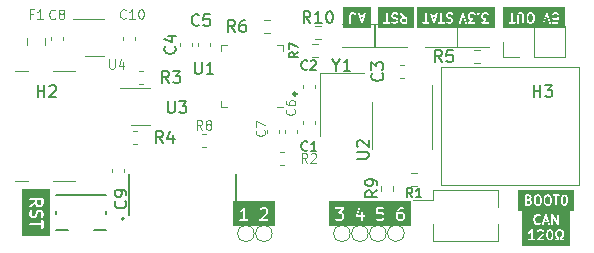
<source format=gbr>
%TF.GenerationSoftware,KiCad,Pcbnew,7.0.5*%
%TF.CreationDate,2024-01-08T00:08:42+01:00*%
%TF.ProjectId,can-usb-dongle,63616e2d-7573-4622-9d64-6f6e676c652e,rev?*%
%TF.SameCoordinates,Original*%
%TF.FileFunction,Legend,Top*%
%TF.FilePolarity,Positive*%
%FSLAX46Y46*%
G04 Gerber Fmt 4.6, Leading zero omitted, Abs format (unit mm)*
G04 Created by KiCad (PCBNEW 7.0.5) date 2024-01-08 00:08:42*
%MOMM*%
%LPD*%
G01*
G04 APERTURE LIST*
%ADD10C,0.275000*%
%ADD11C,0.150000*%
%ADD12C,0.200000*%
%ADD13C,0.100000*%
%ADD14C,0.120000*%
G04 APERTURE END LIST*
D10*
X43637500Y-37300000D02*
G75*
G03*
X43637500Y-37300000I-137500J0D01*
G01*
D11*
G36*
X55265046Y-31028533D02*
G01*
X55178627Y-30769276D01*
X55351465Y-30769276D01*
X55265046Y-31028533D01*
G37*
G36*
X57426119Y-31754786D02*
G01*
X53865880Y-31754786D01*
X53865880Y-31276828D01*
X54311486Y-31276828D01*
X54329782Y-31316892D01*
X54366834Y-31340704D01*
X54612068Y-31340704D01*
X54628552Y-31343074D01*
X54633742Y-31340704D01*
X54856781Y-31340704D01*
X54888259Y-31331461D01*
X54917101Y-31298175D01*
X54923369Y-31254580D01*
X54905073Y-31214516D01*
X54868021Y-31190704D01*
X54692428Y-31190704D01*
X54692428Y-30468529D01*
X54920265Y-30468529D01*
X54997809Y-30701162D01*
X54997200Y-30705400D01*
X55004685Y-30721790D01*
X55189605Y-31276553D01*
X55189300Y-31285001D01*
X55196431Y-31297033D01*
X55197304Y-31299650D01*
X55201916Y-31306287D01*
X55211757Y-31322889D01*
X55214362Y-31324194D01*
X55216027Y-31326590D01*
X55233880Y-31333975D01*
X55251133Y-31342621D01*
X55254030Y-31342310D01*
X55256726Y-31343426D01*
X55275727Y-31339988D01*
X55294926Y-31337934D01*
X55297197Y-31336104D01*
X55300066Y-31335586D01*
X55314192Y-31322422D01*
X55329233Y-31310313D01*
X55330154Y-31307547D01*
X55332288Y-31305560D01*
X55337055Y-31286845D01*
X55340394Y-31276828D01*
X55606724Y-31276828D01*
X55625020Y-31316892D01*
X55662072Y-31340704D01*
X55907306Y-31340704D01*
X55923790Y-31343074D01*
X55928980Y-31340704D01*
X56152019Y-31340704D01*
X56183497Y-31331461D01*
X56212339Y-31298175D01*
X56218607Y-31254580D01*
X56200311Y-31214516D01*
X56163259Y-31190704D01*
X55987666Y-31190704D01*
X55987666Y-30626476D01*
X56292095Y-30626476D01*
X56294809Y-30633019D01*
X56294809Y-30690235D01*
X56292878Y-30708120D01*
X56299734Y-30721833D01*
X56304052Y-30736536D01*
X56309405Y-30741174D01*
X56336616Y-30795596D01*
X56339299Y-30807927D01*
X56353918Y-30822546D01*
X56367988Y-30837672D01*
X56369406Y-30838034D01*
X56386318Y-30854946D01*
X56392761Y-30865794D01*
X56411254Y-30875041D01*
X56429384Y-30884940D01*
X56430843Y-30884835D01*
X56476699Y-30907764D01*
X56482635Y-30914077D01*
X56496012Y-30917421D01*
X56498292Y-30918561D01*
X56506425Y-30920024D01*
X56648393Y-30955516D01*
X56706334Y-30984486D01*
X56727216Y-31005368D01*
X56751952Y-31054838D01*
X56751952Y-31095617D01*
X56727216Y-31145087D01*
X56706334Y-31165969D01*
X56656866Y-31190704D01*
X56496264Y-31190704D01*
X56383297Y-31153048D01*
X56350512Y-31151863D01*
X56312624Y-31174320D01*
X56292892Y-31213696D01*
X56297579Y-31257489D01*
X56325200Y-31291796D01*
X56451456Y-31333881D01*
X56462072Y-31340704D01*
X56482752Y-31340704D01*
X56503391Y-31341450D01*
X56504650Y-31340704D01*
X56670531Y-31340704D01*
X56688415Y-31342635D01*
X56702128Y-31335778D01*
X56716831Y-31331461D01*
X56721469Y-31326107D01*
X56775891Y-31298896D01*
X56788222Y-31296214D01*
X56802841Y-31281594D01*
X56817967Y-31267525D01*
X56818329Y-31266106D01*
X56835241Y-31249194D01*
X56846089Y-31242752D01*
X56855336Y-31224258D01*
X56865235Y-31206129D01*
X56865130Y-31204669D01*
X56892229Y-31150472D01*
X56901952Y-31135345D01*
X56901952Y-31120015D01*
X56904666Y-31104933D01*
X56901952Y-31098389D01*
X56901952Y-31041167D01*
X56903882Y-31023288D01*
X56897026Y-31009577D01*
X56892709Y-30994873D01*
X56887354Y-30990233D01*
X56860143Y-30935811D01*
X56857461Y-30923481D01*
X56842836Y-30908856D01*
X56828771Y-30893736D01*
X56827353Y-30893373D01*
X56810442Y-30876462D01*
X56803999Y-30865613D01*
X56785499Y-30856363D01*
X56767376Y-30846467D01*
X56765915Y-30846571D01*
X56720061Y-30823644D01*
X56714126Y-30817332D01*
X56700746Y-30813987D01*
X56698468Y-30812848D01*
X56690337Y-30811385D01*
X56548365Y-30775892D01*
X56490425Y-30746921D01*
X56469543Y-30726039D01*
X56444809Y-30676570D01*
X56444809Y-30635790D01*
X56469543Y-30586321D01*
X56490425Y-30565439D01*
X56539895Y-30540704D01*
X56700495Y-30540704D01*
X56813463Y-30578361D01*
X56846249Y-30579546D01*
X56884137Y-30557089D01*
X56903869Y-30517714D01*
X56899182Y-30473920D01*
X56871561Y-30439613D01*
X56745302Y-30397525D01*
X56734688Y-30390704D01*
X56714009Y-30390704D01*
X56693369Y-30389958D01*
X56692110Y-30390704D01*
X56526224Y-30390704D01*
X56508345Y-30388774D01*
X56494634Y-30395629D01*
X56479930Y-30399947D01*
X56475290Y-30405301D01*
X56420868Y-30432512D01*
X56408538Y-30435195D01*
X56393913Y-30449819D01*
X56378793Y-30463885D01*
X56378430Y-30465302D01*
X56361519Y-30482213D01*
X56350670Y-30488657D01*
X56341420Y-30507156D01*
X56331524Y-30525280D01*
X56331628Y-30526740D01*
X56304532Y-30580933D01*
X56294809Y-30596063D01*
X56294809Y-30611393D01*
X56292095Y-30626476D01*
X55987666Y-30626476D01*
X55987666Y-30454922D01*
X55978423Y-30423444D01*
X55945137Y-30394602D01*
X55901542Y-30388334D01*
X55861478Y-30406630D01*
X55837666Y-30443682D01*
X55837666Y-31190704D01*
X55673312Y-31190704D01*
X55641834Y-31199947D01*
X55612992Y-31233233D01*
X55606724Y-31276828D01*
X55340394Y-31276828D01*
X55521961Y-30732128D01*
X55526625Y-30726747D01*
X55528801Y-30711610D01*
X55606274Y-30479193D01*
X55607459Y-30446407D01*
X55585002Y-30408519D01*
X55545626Y-30388787D01*
X55501833Y-30393475D01*
X55467526Y-30421095D01*
X55401466Y-30619276D01*
X55128628Y-30619276D01*
X55066122Y-30431758D01*
X55047399Y-30404818D01*
X55006700Y-30387982D01*
X54963360Y-30395822D01*
X54931138Y-30425848D01*
X54920265Y-30468529D01*
X54692428Y-30468529D01*
X54692428Y-30454922D01*
X54683185Y-30423444D01*
X54649899Y-30394602D01*
X54606304Y-30388334D01*
X54566240Y-30406630D01*
X54542428Y-30443682D01*
X54542428Y-31190704D01*
X54378074Y-31190704D01*
X54346596Y-31199947D01*
X54317754Y-31233233D01*
X54311486Y-31276828D01*
X53865880Y-31276828D01*
X53865880Y-29901214D01*
X57426119Y-29901214D01*
X57426119Y-31754786D01*
G37*
G36*
X60436024Y-31754786D02*
G01*
X56951976Y-31754786D01*
X56951976Y-31285001D01*
X57399206Y-31285001D01*
X57421663Y-31322889D01*
X57461039Y-31342621D01*
X57504832Y-31337934D01*
X57539139Y-31310313D01*
X57741618Y-30702874D01*
X57940543Y-31299650D01*
X57959266Y-31326589D01*
X57999965Y-31343425D01*
X58043305Y-31335586D01*
X58075527Y-31305559D01*
X58086400Y-31262879D01*
X57874265Y-30626476D01*
X58159143Y-30626476D01*
X58161857Y-30633019D01*
X58161857Y-30804524D01*
X58159926Y-30822405D01*
X58166782Y-30836118D01*
X58171100Y-30850821D01*
X58176453Y-30855459D01*
X58203664Y-30909880D01*
X58206347Y-30922213D01*
X58220974Y-30936840D01*
X58235036Y-30951958D01*
X58236454Y-30952320D01*
X58253364Y-30969230D01*
X58259809Y-30980081D01*
X58278315Y-30989333D01*
X58296432Y-30999226D01*
X58297891Y-30999121D01*
X58348373Y-31024362D01*
X58194786Y-31199891D01*
X58194597Y-31199947D01*
X58180292Y-31216455D01*
X58173314Y-31224431D01*
X58173236Y-31224598D01*
X58165755Y-31233233D01*
X58164181Y-31244173D01*
X58159541Y-31254207D01*
X58161112Y-31265523D01*
X58159487Y-31276828D01*
X58164078Y-31286882D01*
X58165599Y-31297832D01*
X58173037Y-31306500D01*
X58177783Y-31316892D01*
X58187082Y-31322868D01*
X58194280Y-31331256D01*
X58205223Y-31334526D01*
X58214835Y-31340704D01*
X58225891Y-31340704D01*
X58236480Y-31343869D01*
X58247455Y-31340704D01*
X58742877Y-31340704D01*
X58774355Y-31331461D01*
X58803197Y-31298175D01*
X58809465Y-31254580D01*
X58791169Y-31214516D01*
X58754117Y-31190704D01*
X58402140Y-31190704D01*
X58545595Y-31026754D01*
X58545783Y-31026699D01*
X58559985Y-31010307D01*
X58567067Y-31002215D01*
X58567145Y-31002044D01*
X58574625Y-30993413D01*
X58576197Y-30982473D01*
X58580839Y-30972439D01*
X58579267Y-30961122D01*
X58580893Y-30949818D01*
X58576301Y-30939763D01*
X58574781Y-30928814D01*
X58567342Y-30920145D01*
X58562597Y-30909754D01*
X58553297Y-30903777D01*
X58546100Y-30895390D01*
X58535156Y-30892118D01*
X58525545Y-30885942D01*
X58514493Y-30885942D01*
X58503901Y-30882776D01*
X58492923Y-30885942D01*
X58406943Y-30885942D01*
X58357473Y-30861207D01*
X58336591Y-30840325D01*
X58311857Y-30790856D01*
X58311857Y-30635790D01*
X58316514Y-30626476D01*
X59302000Y-30626476D01*
X59304714Y-30633019D01*
X59304714Y-30804524D01*
X59302783Y-30822405D01*
X59309639Y-30836118D01*
X59313957Y-30850821D01*
X59319310Y-30855459D01*
X59346521Y-30909880D01*
X59349204Y-30922213D01*
X59363831Y-30936840D01*
X59377893Y-30951958D01*
X59379311Y-30952320D01*
X59396221Y-30969230D01*
X59402666Y-30980081D01*
X59421172Y-30989333D01*
X59439289Y-30999226D01*
X59440748Y-30999121D01*
X59491230Y-31024362D01*
X59337643Y-31199891D01*
X59337454Y-31199947D01*
X59323149Y-31216455D01*
X59316171Y-31224431D01*
X59316093Y-31224598D01*
X59308612Y-31233233D01*
X59307038Y-31244173D01*
X59302398Y-31254207D01*
X59303969Y-31265523D01*
X59302344Y-31276828D01*
X59306935Y-31286882D01*
X59308456Y-31297832D01*
X59315894Y-31306500D01*
X59320640Y-31316892D01*
X59329939Y-31322868D01*
X59337137Y-31331256D01*
X59348080Y-31334526D01*
X59357692Y-31340704D01*
X59368748Y-31340704D01*
X59379337Y-31343869D01*
X59390312Y-31340704D01*
X59885734Y-31340704D01*
X59917212Y-31331461D01*
X59946054Y-31298175D01*
X59952322Y-31254580D01*
X59934026Y-31214516D01*
X59896974Y-31190704D01*
X59544997Y-31190704D01*
X59688452Y-31026754D01*
X59688640Y-31026699D01*
X59702842Y-31010307D01*
X59709924Y-31002215D01*
X59710002Y-31002044D01*
X59717482Y-30993413D01*
X59719054Y-30982473D01*
X59723696Y-30972439D01*
X59722124Y-30961122D01*
X59723750Y-30949818D01*
X59719158Y-30939763D01*
X59717638Y-30928814D01*
X59710199Y-30920145D01*
X59705454Y-30909754D01*
X59696154Y-30903777D01*
X59688957Y-30895390D01*
X59678013Y-30892118D01*
X59668402Y-30885942D01*
X59657350Y-30885942D01*
X59646758Y-30882776D01*
X59635780Y-30885942D01*
X59549800Y-30885942D01*
X59500330Y-30861207D01*
X59479447Y-30840324D01*
X59454713Y-30790856D01*
X59454714Y-30635790D01*
X59479448Y-30586321D01*
X59500330Y-30565439D01*
X59549800Y-30540704D01*
X59742961Y-30540704D01*
X59792430Y-30565439D01*
X59829543Y-30602552D01*
X59858337Y-30618274D01*
X59902268Y-30615132D01*
X59937526Y-30588738D01*
X59952919Y-30547471D01*
X59943557Y-30504434D01*
X59896537Y-30457414D01*
X59890095Y-30446567D01*
X59871609Y-30437323D01*
X59853472Y-30427420D01*
X59852011Y-30427524D01*
X59797815Y-30400426D01*
X59782688Y-30390704D01*
X59767358Y-30390704D01*
X59752275Y-30387990D01*
X59745731Y-30390704D01*
X59536129Y-30390704D01*
X59518250Y-30388774D01*
X59504539Y-30395629D01*
X59489835Y-30399947D01*
X59485195Y-30405301D01*
X59430773Y-30432512D01*
X59418443Y-30435195D01*
X59403818Y-30449819D01*
X59388698Y-30463885D01*
X59388335Y-30465302D01*
X59371424Y-30482213D01*
X59360575Y-30488657D01*
X59351325Y-30507156D01*
X59341429Y-30525280D01*
X59341533Y-30526740D01*
X59314437Y-30580933D01*
X59304714Y-30596063D01*
X59304714Y-30611393D01*
X59302000Y-30626476D01*
X58316514Y-30626476D01*
X58336591Y-30586321D01*
X58357473Y-30565439D01*
X58406943Y-30540704D01*
X58600104Y-30540704D01*
X58649573Y-30565439D01*
X58686686Y-30602552D01*
X58715480Y-30618274D01*
X58759411Y-30615132D01*
X58794669Y-30588738D01*
X58810062Y-30547471D01*
X58800700Y-30504434D01*
X58794490Y-30498224D01*
X58920794Y-30498224D01*
X58924335Y-30514503D01*
X58925524Y-30531117D01*
X58928942Y-30535683D01*
X58930156Y-30541261D01*
X58941939Y-30553044D01*
X58951919Y-30566375D01*
X58957263Y-30568368D01*
X58970287Y-30581392D01*
X58971099Y-30584155D01*
X58981647Y-30593295D01*
X58990012Y-30604469D01*
X58997967Y-30607436D01*
X59004385Y-30612997D01*
X59012789Y-30614205D01*
X59020241Y-30618274D01*
X59025930Y-30617867D01*
X59031279Y-30619862D01*
X59039577Y-30618056D01*
X59047980Y-30619265D01*
X59055704Y-30615737D01*
X59064172Y-30615132D01*
X59068738Y-30611713D01*
X59074316Y-30610500D01*
X59080319Y-30604496D01*
X59088044Y-30600969D01*
X59092635Y-30593824D01*
X59099430Y-30588738D01*
X59101423Y-30583393D01*
X59124193Y-30560624D01*
X59137527Y-30550643D01*
X59143349Y-30535033D01*
X59151331Y-30520416D01*
X59150923Y-30514724D01*
X59152919Y-30509376D01*
X59149376Y-30493092D01*
X59148189Y-30476485D01*
X59144770Y-30471918D01*
X59143557Y-30466339D01*
X59131774Y-30454556D01*
X59121796Y-30441226D01*
X59116449Y-30439231D01*
X59103424Y-30426206D01*
X59102613Y-30423444D01*
X59092062Y-30414301D01*
X59083698Y-30403129D01*
X59075744Y-30400162D01*
X59069327Y-30394602D01*
X59060924Y-30393393D01*
X59053471Y-30389324D01*
X59047777Y-30389731D01*
X59042431Y-30387737D01*
X59034134Y-30389542D01*
X59025732Y-30388334D01*
X59018008Y-30391861D01*
X59009540Y-30392467D01*
X59004972Y-30395886D01*
X58999394Y-30397100D01*
X58993390Y-30403103D01*
X58985668Y-30406630D01*
X58981077Y-30413773D01*
X58974281Y-30418861D01*
X58972286Y-30424207D01*
X58949517Y-30446977D01*
X58936186Y-30456957D01*
X58930364Y-30472564D01*
X58922381Y-30487186D01*
X58922788Y-30492877D01*
X58920794Y-30498224D01*
X58794490Y-30498224D01*
X58753680Y-30457414D01*
X58747238Y-30446567D01*
X58728752Y-30437323D01*
X58710615Y-30427420D01*
X58709154Y-30427524D01*
X58654958Y-30400426D01*
X58639831Y-30390704D01*
X58624501Y-30390704D01*
X58609418Y-30387990D01*
X58602874Y-30390704D01*
X58393272Y-30390704D01*
X58375393Y-30388774D01*
X58361682Y-30395629D01*
X58346978Y-30399947D01*
X58342338Y-30405301D01*
X58287916Y-30432512D01*
X58275586Y-30435195D01*
X58260961Y-30449819D01*
X58245841Y-30463885D01*
X58245478Y-30465302D01*
X58228567Y-30482213D01*
X58217718Y-30488657D01*
X58208468Y-30507156D01*
X58198572Y-30525280D01*
X58198676Y-30526740D01*
X58171580Y-30580933D01*
X58161857Y-30596063D01*
X58161857Y-30611393D01*
X58159143Y-30626476D01*
X57874265Y-30626476D01*
X57817058Y-30454854D01*
X57817364Y-30446407D01*
X57810232Y-30434374D01*
X57809360Y-30431758D01*
X57804747Y-30425120D01*
X57794907Y-30408519D01*
X57792301Y-30407213D01*
X57790637Y-30404818D01*
X57772789Y-30397435D01*
X57755531Y-30388786D01*
X57752631Y-30389096D01*
X57749938Y-30387982D01*
X57730942Y-30391418D01*
X57711738Y-30393474D01*
X57709466Y-30395303D01*
X57706598Y-30395822D01*
X57692475Y-30408982D01*
X57677431Y-30421095D01*
X57676508Y-30423861D01*
X57674376Y-30425849D01*
X57669608Y-30444561D01*
X57400391Y-31252216D01*
X57399206Y-31285001D01*
X56951976Y-31285001D01*
X56951976Y-29901214D01*
X60436024Y-29901214D01*
X60436024Y-31754786D01*
G37*
G36*
X52788934Y-30923527D02*
G01*
X52792634Y-30921657D01*
X52890237Y-30921657D01*
X52890237Y-31190704D01*
X52678181Y-31190704D01*
X52628711Y-31165969D01*
X52607828Y-31145086D01*
X52583094Y-31095617D01*
X52583094Y-31016743D01*
X52607829Y-30967273D01*
X52628711Y-30946391D01*
X52678180Y-30921657D01*
X52770889Y-30921657D01*
X52788934Y-30923527D01*
G37*
G36*
X53602500Y-31754786D02*
G01*
X50537499Y-31754786D01*
X50537499Y-31276828D01*
X50983105Y-31276828D01*
X51001401Y-31316892D01*
X51038453Y-31340704D01*
X51283687Y-31340704D01*
X51300171Y-31343074D01*
X51305361Y-31340704D01*
X51528400Y-31340704D01*
X51559878Y-31331461D01*
X51588720Y-31298175D01*
X51594988Y-31254580D01*
X51576692Y-31214516D01*
X51539640Y-31190704D01*
X51364047Y-31190704D01*
X51364047Y-30626476D01*
X51668476Y-30626476D01*
X51671190Y-30633019D01*
X51671190Y-30690235D01*
X51669259Y-30708120D01*
X51676115Y-30721833D01*
X51680433Y-30736536D01*
X51685786Y-30741174D01*
X51712997Y-30795596D01*
X51715680Y-30807927D01*
X51730299Y-30822546D01*
X51744369Y-30837672D01*
X51745787Y-30838034D01*
X51762699Y-30854946D01*
X51769142Y-30865794D01*
X51787635Y-30875041D01*
X51805765Y-30884940D01*
X51807224Y-30884835D01*
X51853080Y-30907764D01*
X51859016Y-30914077D01*
X51872393Y-30917421D01*
X51874673Y-30918561D01*
X51882806Y-30920024D01*
X52024774Y-30955516D01*
X52082715Y-30984486D01*
X52103597Y-31005368D01*
X52128333Y-31054838D01*
X52128333Y-31095617D01*
X52103597Y-31145087D01*
X52082715Y-31165969D01*
X52033247Y-31190704D01*
X51872645Y-31190704D01*
X51759678Y-31153048D01*
X51726893Y-31151863D01*
X51689005Y-31174320D01*
X51669273Y-31213696D01*
X51673960Y-31257489D01*
X51701581Y-31291796D01*
X51827837Y-31333881D01*
X51838453Y-31340704D01*
X51859133Y-31340704D01*
X51879772Y-31341450D01*
X51881031Y-31340704D01*
X52046912Y-31340704D01*
X52064796Y-31342635D01*
X52078509Y-31335778D01*
X52093212Y-31331461D01*
X52097850Y-31326107D01*
X52152272Y-31298896D01*
X52164603Y-31296214D01*
X52179222Y-31281594D01*
X52194348Y-31267525D01*
X52194710Y-31266106D01*
X52211622Y-31249194D01*
X52222470Y-31242752D01*
X52231717Y-31224258D01*
X52241616Y-31206129D01*
X52241511Y-31204669D01*
X52268610Y-31150472D01*
X52278333Y-31135345D01*
X52278333Y-31120015D01*
X52281047Y-31104933D01*
X52278333Y-31098389D01*
X52278333Y-31041167D01*
X52280263Y-31023288D01*
X52273407Y-31009577D01*
X52272776Y-31007429D01*
X52430380Y-31007429D01*
X52433094Y-31013972D01*
X52433094Y-31109282D01*
X52431163Y-31127167D01*
X52438019Y-31140880D01*
X52442337Y-31155583D01*
X52447690Y-31160222D01*
X52474902Y-31214644D01*
X52477585Y-31226975D01*
X52492209Y-31241599D01*
X52506275Y-31256720D01*
X52507692Y-31257082D01*
X52524603Y-31273993D01*
X52531047Y-31284843D01*
X52549555Y-31294096D01*
X52567670Y-31303988D01*
X52569128Y-31303883D01*
X52623323Y-31330980D01*
X52638453Y-31340704D01*
X52653783Y-31340704D01*
X52668866Y-31343418D01*
X52675410Y-31340704D01*
X52959877Y-31340704D01*
X52976361Y-31343074D01*
X52991513Y-31336154D01*
X53007497Y-31331461D01*
X53011233Y-31327148D01*
X53016425Y-31324778D01*
X53025432Y-31310761D01*
X53036339Y-31298175D01*
X53037150Y-31292528D01*
X53040237Y-31287726D01*
X53040237Y-31271063D01*
X53042607Y-31254580D01*
X53040237Y-31249390D01*
X53040237Y-30852016D01*
X53042607Y-30835533D01*
X53040237Y-30830343D01*
X53040237Y-30454922D01*
X53030994Y-30423444D01*
X52997708Y-30394602D01*
X52954113Y-30388334D01*
X52914049Y-30406630D01*
X52890237Y-30443682D01*
X52890237Y-30771657D01*
X52813810Y-30771657D01*
X52563353Y-30413861D01*
X52537730Y-30393374D01*
X52493921Y-30388834D01*
X52454612Y-30408699D01*
X52432282Y-30446663D01*
X52434023Y-30490673D01*
X52633837Y-30776122D01*
X52632917Y-30776582D01*
X52618215Y-30780900D01*
X52613576Y-30786253D01*
X52559154Y-30813464D01*
X52546824Y-30816147D01*
X52532204Y-30830766D01*
X52517079Y-30844836D01*
X52516716Y-30846254D01*
X52499804Y-30863166D01*
X52488957Y-30869609D01*
X52479713Y-30888094D01*
X52469810Y-30906232D01*
X52469914Y-30907692D01*
X52442816Y-30961888D01*
X52433094Y-30977016D01*
X52433094Y-30992345D01*
X52430380Y-31007429D01*
X52272776Y-31007429D01*
X52269090Y-30994873D01*
X52263735Y-30990233D01*
X52236524Y-30935811D01*
X52233842Y-30923481D01*
X52219217Y-30908856D01*
X52205152Y-30893736D01*
X52203734Y-30893373D01*
X52186823Y-30876462D01*
X52180380Y-30865613D01*
X52161880Y-30856363D01*
X52143757Y-30846467D01*
X52142296Y-30846571D01*
X52096442Y-30823644D01*
X52090507Y-30817332D01*
X52077127Y-30813987D01*
X52074849Y-30812848D01*
X52066718Y-30811385D01*
X51924746Y-30775892D01*
X51866806Y-30746921D01*
X51845924Y-30726039D01*
X51821189Y-30676570D01*
X51821190Y-30635790D01*
X51845924Y-30586321D01*
X51866806Y-30565439D01*
X51916276Y-30540704D01*
X52076876Y-30540704D01*
X52189844Y-30578361D01*
X52222630Y-30579546D01*
X52260518Y-30557089D01*
X52280250Y-30517714D01*
X52275563Y-30473920D01*
X52247942Y-30439613D01*
X52121683Y-30397525D01*
X52111069Y-30390704D01*
X52090390Y-30390704D01*
X52069750Y-30389958D01*
X52068491Y-30390704D01*
X51902605Y-30390704D01*
X51884726Y-30388774D01*
X51871015Y-30395629D01*
X51856311Y-30399947D01*
X51851671Y-30405301D01*
X51797249Y-30432512D01*
X51784919Y-30435195D01*
X51770294Y-30449819D01*
X51755174Y-30463885D01*
X51754811Y-30465302D01*
X51737900Y-30482213D01*
X51727051Y-30488657D01*
X51717801Y-30507156D01*
X51707905Y-30525280D01*
X51708009Y-30526740D01*
X51680913Y-30580933D01*
X51671190Y-30596063D01*
X51671190Y-30611393D01*
X51668476Y-30626476D01*
X51364047Y-30626476D01*
X51364047Y-30454922D01*
X51354804Y-30423444D01*
X51321518Y-30394602D01*
X51277923Y-30388334D01*
X51237859Y-30406630D01*
X51214047Y-30443682D01*
X51214047Y-31190704D01*
X51049693Y-31190704D01*
X51018215Y-31199947D01*
X50989373Y-31233233D01*
X50983105Y-31276828D01*
X50537499Y-31276828D01*
X50537499Y-29901214D01*
X53602500Y-29901214D01*
X53602500Y-31754786D01*
G37*
D12*
G36*
X22037780Y-46576298D02*
G01*
X22007976Y-46635905D01*
X21983306Y-46660575D01*
X21923698Y-46690380D01*
X21828053Y-46690380D01*
X21768444Y-46660575D01*
X21743775Y-46635906D01*
X21713971Y-46576297D01*
X21713971Y-46462222D01*
X21716466Y-46438149D01*
X21713971Y-46433212D01*
X21713971Y-46318952D01*
X22037780Y-46318952D01*
X22037780Y-46576298D01*
G37*
G36*
X22782857Y-49288000D02*
G01*
X20397143Y-49288000D01*
X20397143Y-48329022D01*
X21034619Y-48329022D01*
X21059014Y-48382441D01*
X21108417Y-48414190D01*
X22037780Y-48414190D01*
X22037780Y-48614283D01*
X22050103Y-48656251D01*
X22094485Y-48694708D01*
X22152612Y-48703065D01*
X22206031Y-48678670D01*
X22237780Y-48629267D01*
X22237780Y-48321344D01*
X22240941Y-48299358D01*
X22237780Y-48292436D01*
X22237780Y-48014097D01*
X22225457Y-47972129D01*
X22181075Y-47933672D01*
X22122948Y-47925315D01*
X22069529Y-47949710D01*
X22037780Y-47999113D01*
X22037780Y-48214190D01*
X21123401Y-48214190D01*
X21081433Y-48226513D01*
X21042976Y-48270895D01*
X21034619Y-48329022D01*
X20397143Y-48329022D01*
X20397143Y-47570744D01*
X21035206Y-47570744D01*
X21044344Y-47589021D01*
X21050103Y-47608632D01*
X21057244Y-47614819D01*
X21090350Y-47681031D01*
X21093927Y-47697471D01*
X21113397Y-47716941D01*
X21132179Y-47737132D01*
X21134072Y-47737616D01*
X21153442Y-47756986D01*
X21162035Y-47771453D01*
X21186671Y-47783771D01*
X21210865Y-47796982D01*
X21212813Y-47796842D01*
X21278718Y-47829795D01*
X21298894Y-47842761D01*
X21319329Y-47842761D01*
X21339445Y-47846381D01*
X21348173Y-47842761D01*
X21418110Y-47842761D01*
X21441953Y-47845335D01*
X21460229Y-47836196D01*
X21479842Y-47830438D01*
X21486030Y-47823296D01*
X21552238Y-47790192D01*
X21568681Y-47786615D01*
X21588160Y-47767135D01*
X21608341Y-47748364D01*
X21608825Y-47746470D01*
X21628196Y-47727099D01*
X21642663Y-47718507D01*
X21654981Y-47693870D01*
X21668192Y-47669677D01*
X21668052Y-47667728D01*
X21695447Y-47612938D01*
X21703864Y-47605025D01*
X21708323Y-47587186D01*
X21709844Y-47584146D01*
X21711797Y-47573291D01*
X21755942Y-47396709D01*
X21791394Y-47325806D01*
X21816064Y-47301137D01*
X21875672Y-47271333D01*
X21923698Y-47271333D01*
X21983306Y-47301137D01*
X22007976Y-47325807D01*
X22037780Y-47385415D01*
X22037780Y-47583677D01*
X21990746Y-47724779D01*
X21989165Y-47768491D01*
X22019108Y-47819009D01*
X22071609Y-47845318D01*
X22130002Y-47839068D01*
X22175744Y-47802240D01*
X22228682Y-47643422D01*
X22237780Y-47629267D01*
X22237780Y-47601712D01*
X22238776Y-47574175D01*
X22237780Y-47572494D01*
X22237780Y-47367193D01*
X22240354Y-47343350D01*
X22231215Y-47325072D01*
X22225457Y-47305462D01*
X22218315Y-47299274D01*
X22185210Y-47233063D01*
X22181634Y-47216623D01*
X22162159Y-47197148D01*
X22143383Y-47176962D01*
X22141488Y-47176477D01*
X22122118Y-47157107D01*
X22113526Y-47142641D01*
X22088891Y-47130323D01*
X22064696Y-47117112D01*
X22062746Y-47117251D01*
X21996845Y-47084300D01*
X21976667Y-47071333D01*
X21956231Y-47071333D01*
X21936116Y-47067713D01*
X21927388Y-47071333D01*
X21857450Y-47071333D01*
X21833607Y-47068759D01*
X21815329Y-47077897D01*
X21795719Y-47083656D01*
X21789531Y-47090797D01*
X21723320Y-47123902D01*
X21706880Y-47127479D01*
X21687405Y-47146953D01*
X21667219Y-47165730D01*
X21666734Y-47167624D01*
X21647364Y-47186994D01*
X21632898Y-47195587D01*
X21620580Y-47220221D01*
X21607369Y-47244417D01*
X21607508Y-47246366D01*
X21580114Y-47301154D01*
X21571697Y-47309069D01*
X21567237Y-47326908D01*
X21565717Y-47329949D01*
X21563764Y-47340800D01*
X21519618Y-47517384D01*
X21484166Y-47588287D01*
X21459497Y-47612956D01*
X21399889Y-47642761D01*
X21351863Y-47642761D01*
X21292255Y-47612957D01*
X21267585Y-47588287D01*
X21237780Y-47528677D01*
X21237780Y-47330419D01*
X21284815Y-47189315D01*
X21286396Y-47145604D01*
X21256453Y-47095085D01*
X21203952Y-47068776D01*
X21145560Y-47075026D01*
X21099817Y-47111853D01*
X21046877Y-47270671D01*
X21037780Y-47284827D01*
X21037780Y-47312381D01*
X21036784Y-47339919D01*
X21037780Y-47341599D01*
X21037780Y-47546900D01*
X21035206Y-47570744D01*
X20397143Y-47570744D01*
X20397143Y-46233784D01*
X21034619Y-46233784D01*
X21059014Y-46287203D01*
X21108417Y-46318952D01*
X21513971Y-46318952D01*
X21513971Y-46404981D01*
X21068654Y-46716703D01*
X21041339Y-46750865D01*
X21035285Y-46809278D01*
X21061773Y-46861690D01*
X21112392Y-46891463D01*
X21171071Y-46889142D01*
X21522454Y-46643173D01*
X21526294Y-46656251D01*
X21533435Y-46662439D01*
X21566539Y-46728647D01*
X21570117Y-46745090D01*
X21589596Y-46764569D01*
X21608368Y-46784750D01*
X21610261Y-46785234D01*
X21629632Y-46804605D01*
X21638225Y-46819072D01*
X21662861Y-46831390D01*
X21687055Y-46844601D01*
X21689003Y-46844461D01*
X21754908Y-46877414D01*
X21775084Y-46890380D01*
X21795519Y-46890380D01*
X21815635Y-46894000D01*
X21824363Y-46890380D01*
X21941919Y-46890380D01*
X21965762Y-46892954D01*
X21984038Y-46883815D01*
X22003651Y-46878057D01*
X22009839Y-46870915D01*
X22076047Y-46837811D01*
X22092490Y-46834234D01*
X22111969Y-46814754D01*
X22132150Y-46795983D01*
X22132634Y-46794089D01*
X22152005Y-46774718D01*
X22166472Y-46766126D01*
X22178790Y-46741489D01*
X22192001Y-46717296D01*
X22191861Y-46715347D01*
X22224814Y-46649442D01*
X22237780Y-46629267D01*
X22237779Y-46608831D01*
X22241400Y-46588716D01*
X22237780Y-46579987D01*
X22237780Y-46226106D01*
X22240941Y-46204120D01*
X22231714Y-46183916D01*
X22225457Y-46162605D01*
X22219706Y-46157622D01*
X22216546Y-46150701D01*
X22197860Y-46138692D01*
X22181075Y-46124148D01*
X22173543Y-46123065D01*
X22167143Y-46118952D01*
X22144934Y-46118952D01*
X22122948Y-46115791D01*
X22116026Y-46118952D01*
X21621125Y-46118952D01*
X21599139Y-46115791D01*
X21592217Y-46118952D01*
X21123401Y-46118952D01*
X21081433Y-46131275D01*
X21042976Y-46175657D01*
X21034619Y-46233784D01*
X20397143Y-46233784D01*
X20397143Y-45388000D01*
X22782857Y-45388000D01*
X22782857Y-49288000D01*
G37*
D11*
G36*
X41817524Y-48467857D02*
G01*
X38240143Y-48467857D01*
X38240143Y-47258288D01*
X38819043Y-47258288D01*
X38832933Y-47300084D01*
X38867215Y-47327736D01*
X38911004Y-47332464D01*
X39017527Y-47279201D01*
X39029859Y-47276519D01*
X39044486Y-47261891D01*
X39059604Y-47247830D01*
X39059966Y-47246411D01*
X39107874Y-47198503D01*
X39107874Y-47894819D01*
X38886378Y-47894819D01*
X38854900Y-47904062D01*
X38826058Y-47937348D01*
X38819790Y-47980943D01*
X38838086Y-48021007D01*
X38875138Y-48044819D01*
X39177514Y-48044819D01*
X39193998Y-48047189D01*
X39199188Y-48044819D01*
X39479370Y-48044819D01*
X39510848Y-48035576D01*
X39539690Y-48002290D01*
X39542759Y-47980943D01*
X40486457Y-47980943D01*
X40489984Y-47988666D01*
X40490590Y-47997135D01*
X40498953Y-48008307D01*
X40504753Y-48021007D01*
X40511896Y-48025597D01*
X40516984Y-48032394D01*
X40530060Y-48037271D01*
X40541805Y-48044819D01*
X40550296Y-48044819D01*
X40558251Y-48047786D01*
X40571890Y-48044819D01*
X41193656Y-48044819D01*
X41225134Y-48035576D01*
X41253976Y-48002290D01*
X41260244Y-47958695D01*
X41241948Y-47918631D01*
X41204896Y-47894819D01*
X40744893Y-47894819D01*
X41185433Y-47454277D01*
X41199442Y-47442999D01*
X41204289Y-47428457D01*
X41211635Y-47415005D01*
X41211129Y-47407937D01*
X41251052Y-47288169D01*
X41257874Y-47277555D01*
X41257874Y-47256875D01*
X41258620Y-47236236D01*
X41257874Y-47234977D01*
X41257874Y-47164325D01*
X41259804Y-47146451D01*
X41252949Y-47132741D01*
X41248631Y-47118035D01*
X41243276Y-47113395D01*
X41206542Y-47039926D01*
X41203860Y-47027596D01*
X41189240Y-47012976D01*
X41175171Y-46997851D01*
X41173752Y-46997488D01*
X41147317Y-46971053D01*
X41140874Y-46960204D01*
X41122373Y-46950953D01*
X41104251Y-46941058D01*
X41102790Y-46941162D01*
X41029549Y-46904542D01*
X41014420Y-46894819D01*
X40999090Y-46894819D01*
X40984007Y-46892105D01*
X40977463Y-46894819D01*
X40758334Y-46894819D01*
X40740459Y-46892889D01*
X40726749Y-46899743D01*
X40712043Y-46904062D01*
X40707403Y-46909416D01*
X40633934Y-46946150D01*
X40621604Y-46948833D01*
X40606984Y-46963452D01*
X40591859Y-46977522D01*
X40591496Y-46978940D01*
X40550789Y-47019648D01*
X40535066Y-47048442D01*
X40538209Y-47092373D01*
X40564603Y-47127632D01*
X40605870Y-47143024D01*
X40648907Y-47133662D01*
X40703491Y-47079077D01*
X40772007Y-47044819D01*
X40974692Y-47044819D01*
X41043210Y-47079078D01*
X41073615Y-47109483D01*
X41107874Y-47177999D01*
X41107874Y-47243362D01*
X41069702Y-47357876D01*
X40524328Y-47903250D01*
X40521567Y-47904062D01*
X40508904Y-47918675D01*
X40503170Y-47924410D01*
X40501865Y-47926799D01*
X40492725Y-47937348D01*
X40491516Y-47945750D01*
X40487447Y-47953204D01*
X40488443Y-47967128D01*
X40486457Y-47980943D01*
X39542759Y-47980943D01*
X39545958Y-47958695D01*
X39527662Y-47918631D01*
X39490610Y-47894819D01*
X39257874Y-47894819D01*
X39257874Y-46981245D01*
X39261029Y-46971132D01*
X39257874Y-46959678D01*
X39257874Y-46959037D01*
X39255015Y-46949302D01*
X39249332Y-46928670D01*
X39248823Y-46928214D01*
X39248631Y-46927559D01*
X39232471Y-46913557D01*
X39216536Y-46899273D01*
X39215861Y-46899164D01*
X39215345Y-46898717D01*
X39194197Y-46895676D01*
X39173052Y-46892272D01*
X39172424Y-46892545D01*
X39171750Y-46892449D01*
X39152316Y-46901323D01*
X39132686Y-46909893D01*
X39132307Y-46910461D01*
X39131686Y-46910745D01*
X39120120Y-46928741D01*
X39029351Y-47064894D01*
X38947970Y-47146275D01*
X38853975Y-47193273D01*
X38829954Y-47215617D01*
X38819043Y-47258288D01*
X38240143Y-47258288D01*
X38240143Y-46357143D01*
X41817524Y-46357143D01*
X41817524Y-48467857D01*
G37*
G36*
X63577191Y-30565439D02*
G01*
X63630085Y-30618333D01*
X63660904Y-30741606D01*
X63660904Y-30989806D01*
X63630085Y-31113075D01*
X63577190Y-31165970D01*
X63527723Y-31190704D01*
X63410752Y-31190704D01*
X63361282Y-31165969D01*
X63308387Y-31113075D01*
X63277570Y-30989804D01*
X63277570Y-30741605D01*
X63308387Y-30618333D01*
X63361283Y-30565438D01*
X63410751Y-30540704D01*
X63527722Y-30540704D01*
X63577191Y-30565439D01*
G37*
G36*
X66392214Y-31754786D02*
G01*
X61155785Y-31754786D01*
X61155785Y-31276828D01*
X61601391Y-31276828D01*
X61619687Y-31316892D01*
X61656739Y-31340704D01*
X61901973Y-31340704D01*
X61918457Y-31343074D01*
X61923647Y-31340704D01*
X62146686Y-31340704D01*
X62178164Y-31331461D01*
X62207006Y-31298175D01*
X62213274Y-31254580D01*
X62194978Y-31214516D01*
X62157926Y-31190704D01*
X61982333Y-31190704D01*
X61982333Y-30626475D01*
X62324856Y-30626475D01*
X62327570Y-30633018D01*
X62327570Y-31276486D01*
X62336813Y-31307964D01*
X62370099Y-31336806D01*
X62413694Y-31343074D01*
X62453758Y-31324778D01*
X62477570Y-31287726D01*
X62477570Y-30635790D01*
X62502303Y-30586323D01*
X62523188Y-30565438D01*
X62572656Y-30540704D01*
X62689627Y-30540704D01*
X62739096Y-30565439D01*
X62759978Y-30586321D01*
X62784713Y-30635790D01*
X62784713Y-31276486D01*
X62793956Y-31307964D01*
X62827242Y-31336806D01*
X62870837Y-31343074D01*
X62910901Y-31324778D01*
X62934713Y-31287726D01*
X62934713Y-30995864D01*
X63124468Y-30995864D01*
X63127570Y-31008272D01*
X63127570Y-31009820D01*
X63130174Y-31018688D01*
X63167625Y-31168493D01*
X63172060Y-31188881D01*
X63180840Y-31197661D01*
X63187121Y-31208366D01*
X63196090Y-31212911D01*
X63257174Y-31273993D01*
X63263618Y-31284843D01*
X63282116Y-31294091D01*
X63300242Y-31303989D01*
X63301701Y-31303884D01*
X63355894Y-31330980D01*
X63371024Y-31340704D01*
X63386354Y-31340704D01*
X63401437Y-31343418D01*
X63407981Y-31340704D01*
X63541390Y-31340704D01*
X63559271Y-31342635D01*
X63572984Y-31335778D01*
X63587687Y-31331461D01*
X63592325Y-31326107D01*
X63646746Y-31298896D01*
X63659079Y-31296214D01*
X63670291Y-31285001D01*
X64498253Y-31285001D01*
X64520710Y-31322889D01*
X64560086Y-31342621D01*
X64603879Y-31337934D01*
X64638186Y-31310313D01*
X64840665Y-30702874D01*
X65039590Y-31299650D01*
X65058313Y-31326589D01*
X65099012Y-31343425D01*
X65142352Y-31335586D01*
X65174574Y-31305559D01*
X65185447Y-31262879D01*
X64973312Y-30626476D01*
X65258190Y-30626476D01*
X65260904Y-30633019D01*
X65260904Y-30804524D01*
X65258973Y-30822405D01*
X65265829Y-30836118D01*
X65270147Y-30850821D01*
X65275500Y-30855459D01*
X65302711Y-30909880D01*
X65305394Y-30922213D01*
X65320021Y-30936840D01*
X65334083Y-30951958D01*
X65335501Y-30952320D01*
X65352411Y-30969230D01*
X65358856Y-30980081D01*
X65377362Y-30989333D01*
X65395479Y-30999226D01*
X65396938Y-30999121D01*
X65451133Y-31026219D01*
X65466263Y-31035942D01*
X65481594Y-31035942D01*
X65496677Y-31038656D01*
X65503221Y-31035942D01*
X65674721Y-31035942D01*
X65692605Y-31037873D01*
X65702874Y-31032738D01*
X65687077Y-31190704D01*
X65363217Y-31190704D01*
X65331739Y-31199947D01*
X65302897Y-31233233D01*
X65296629Y-31276828D01*
X65314925Y-31316892D01*
X65351977Y-31340704D01*
X65745816Y-31340704D01*
X65758321Y-31343797D01*
X65777632Y-31337210D01*
X65797211Y-31331461D01*
X65798354Y-31330141D01*
X65800007Y-31329578D01*
X65812697Y-31313588D01*
X65826053Y-31298175D01*
X65826301Y-31296447D01*
X65827387Y-31295080D01*
X65829417Y-31274770D01*
X65832321Y-31254580D01*
X65831595Y-31252992D01*
X65866162Y-30907345D01*
X65869426Y-30901368D01*
X65868314Y-30885824D01*
X65868748Y-30881487D01*
X65867547Y-30875106D01*
X65866284Y-30857437D01*
X65863532Y-30853761D01*
X65862683Y-30849245D01*
X65850508Y-30836362D01*
X65839891Y-30822178D01*
X65835587Y-30820572D01*
X65832432Y-30817234D01*
X65815230Y-30812979D01*
X65798624Y-30806785D01*
X65794134Y-30807761D01*
X65789677Y-30806659D01*
X65772906Y-30812379D01*
X65755587Y-30816147D01*
X65752338Y-30819394D01*
X65747991Y-30820878D01*
X65736972Y-30834760D01*
X65710525Y-30861206D01*
X65661056Y-30885942D01*
X65505990Y-30885942D01*
X65456520Y-30861207D01*
X65435637Y-30840324D01*
X65410904Y-30790857D01*
X65410904Y-30635790D01*
X65435638Y-30586321D01*
X65456520Y-30565439D01*
X65505990Y-30540704D01*
X65661056Y-30540704D01*
X65710523Y-30565438D01*
X65747639Y-30602553D01*
X65776433Y-30618275D01*
X65820364Y-30615132D01*
X65855622Y-30588737D01*
X65871014Y-30547470D01*
X65861651Y-30504433D01*
X65814631Y-30457414D01*
X65808189Y-30446567D01*
X65789703Y-30437323D01*
X65771565Y-30427420D01*
X65770105Y-30427524D01*
X65715911Y-30400426D01*
X65700783Y-30390704D01*
X65685454Y-30390704D01*
X65670371Y-30387990D01*
X65663827Y-30390704D01*
X65492319Y-30390704D01*
X65474440Y-30388774D01*
X65460729Y-30395629D01*
X65446025Y-30399947D01*
X65441385Y-30405301D01*
X65386963Y-30432512D01*
X65374633Y-30435195D01*
X65360008Y-30449819D01*
X65344888Y-30463885D01*
X65344525Y-30465302D01*
X65327614Y-30482213D01*
X65316765Y-30488657D01*
X65307515Y-30507156D01*
X65297619Y-30525280D01*
X65297723Y-30526740D01*
X65270627Y-30580933D01*
X65260904Y-30596063D01*
X65260904Y-30611393D01*
X65258190Y-30626476D01*
X64973312Y-30626476D01*
X64916105Y-30454854D01*
X64916411Y-30446407D01*
X64909279Y-30434374D01*
X64908407Y-30431758D01*
X64903794Y-30425120D01*
X64893954Y-30408519D01*
X64891348Y-30407213D01*
X64889684Y-30404818D01*
X64871836Y-30397435D01*
X64854578Y-30388786D01*
X64851678Y-30389096D01*
X64848985Y-30387982D01*
X64829989Y-30391418D01*
X64810785Y-30393474D01*
X64808513Y-30395303D01*
X64805645Y-30395822D01*
X64791522Y-30408982D01*
X64776478Y-30421095D01*
X64775555Y-30423861D01*
X64773423Y-30425849D01*
X64768655Y-30444561D01*
X64499438Y-31252216D01*
X64498253Y-31285001D01*
X63670291Y-31285001D01*
X63673706Y-31281586D01*
X63688824Y-31267525D01*
X63689186Y-31266106D01*
X63750028Y-31205264D01*
X63765227Y-31190974D01*
X63768237Y-31178930D01*
X63774188Y-31168034D01*
X63773470Y-31158001D01*
X63805671Y-31029202D01*
X63810904Y-31021060D01*
X63810904Y-31008271D01*
X63811280Y-31006768D01*
X63810904Y-30997521D01*
X63810904Y-30744713D01*
X63814006Y-30735545D01*
X63810904Y-30723137D01*
X63810904Y-30721589D01*
X63808299Y-30712718D01*
X63770845Y-30562903D01*
X63766413Y-30542529D01*
X63757634Y-30533750D01*
X63751352Y-30523043D01*
X63742381Y-30518497D01*
X63681298Y-30457414D01*
X63674856Y-30446567D01*
X63656370Y-30437323D01*
X63638233Y-30427420D01*
X63636772Y-30427524D01*
X63582576Y-30400426D01*
X63567449Y-30390704D01*
X63552119Y-30390704D01*
X63537036Y-30387990D01*
X63530492Y-30390704D01*
X63397080Y-30390704D01*
X63379201Y-30388774D01*
X63365491Y-30395629D01*
X63350786Y-30399947D01*
X63346146Y-30405301D01*
X63291724Y-30432513D01*
X63279396Y-30435195D01*
X63264780Y-30449809D01*
X63249650Y-30463885D01*
X63249287Y-30465302D01*
X63188455Y-30526133D01*
X63173245Y-30540435D01*
X63170232Y-30552483D01*
X63164286Y-30563375D01*
X63165003Y-30573402D01*
X63132802Y-30702207D01*
X63127570Y-30710349D01*
X63127570Y-30723136D01*
X63127194Y-30724641D01*
X63127570Y-30733887D01*
X63127570Y-30986695D01*
X63124468Y-30995864D01*
X62934713Y-30995864D01*
X62934713Y-30622125D01*
X62936644Y-30604241D01*
X62929787Y-30590527D01*
X62925470Y-30575825D01*
X62920116Y-30571186D01*
X62892905Y-30516764D01*
X62890223Y-30504434D01*
X62875603Y-30489814D01*
X62861534Y-30474689D01*
X62860115Y-30474326D01*
X62843203Y-30457414D01*
X62836761Y-30446567D01*
X62818275Y-30437323D01*
X62800138Y-30427420D01*
X62798677Y-30427524D01*
X62744481Y-30400426D01*
X62729354Y-30390704D01*
X62714024Y-30390704D01*
X62698941Y-30387990D01*
X62692397Y-30390704D01*
X62558985Y-30390704D01*
X62541106Y-30388774D01*
X62527396Y-30395629D01*
X62512691Y-30399947D01*
X62508051Y-30405301D01*
X62453630Y-30432512D01*
X62441300Y-30435195D01*
X62426675Y-30449819D01*
X62411555Y-30463885D01*
X62411192Y-30465302D01*
X62394280Y-30482214D01*
X62383433Y-30488657D01*
X62374188Y-30507144D01*
X62364286Y-30525280D01*
X62364390Y-30526740D01*
X62337292Y-30580934D01*
X62327570Y-30596063D01*
X62327570Y-30611392D01*
X62324856Y-30626475D01*
X61982333Y-30626475D01*
X61982333Y-30454922D01*
X61973090Y-30423444D01*
X61939804Y-30394602D01*
X61896209Y-30388334D01*
X61856145Y-30406630D01*
X61832333Y-30443682D01*
X61832333Y-31190704D01*
X61667979Y-31190704D01*
X61636501Y-31199947D01*
X61607659Y-31233233D01*
X61601391Y-31276828D01*
X61155785Y-31276828D01*
X61155785Y-29901214D01*
X66392214Y-29901214D01*
X66392214Y-31754786D01*
G37*
G36*
X64193191Y-45984028D02*
G01*
X64246087Y-46036923D01*
X64276905Y-46160194D01*
X64276905Y-46408393D01*
X64246087Y-46531665D01*
X64193192Y-46584560D01*
X64143724Y-46609295D01*
X64026753Y-46609295D01*
X63977282Y-46584560D01*
X63924389Y-46531666D01*
X63893571Y-46408392D01*
X63893571Y-46160192D01*
X63924389Y-46036923D01*
X63977283Y-45984029D01*
X64026752Y-45959295D01*
X64143723Y-45959295D01*
X64193191Y-45984028D01*
G37*
G36*
X65031286Y-45984028D02*
G01*
X65084182Y-46036923D01*
X65115000Y-46160194D01*
X65115000Y-46408393D01*
X65084182Y-46531665D01*
X65031287Y-46584560D01*
X64981819Y-46609295D01*
X64864848Y-46609295D01*
X64815377Y-46584560D01*
X64762484Y-46531666D01*
X64731666Y-46408392D01*
X64731666Y-46160192D01*
X64762484Y-46036923D01*
X64815378Y-45984029D01*
X64864847Y-45959295D01*
X64981818Y-45959295D01*
X65031286Y-45984028D01*
G37*
G36*
X66402716Y-45984029D02*
G01*
X66423598Y-46004911D01*
X66452568Y-46062850D01*
X66486428Y-46198290D01*
X66486428Y-46370298D01*
X66452568Y-46505736D01*
X66423598Y-46563677D01*
X66402715Y-46584561D01*
X66353248Y-46609295D01*
X66312467Y-46609295D01*
X66262997Y-46584560D01*
X66242116Y-46563678D01*
X66213145Y-46505737D01*
X66179285Y-46370297D01*
X66179284Y-46198288D01*
X66213144Y-46062853D01*
X66242115Y-46004911D01*
X66262997Y-45984029D01*
X66312466Y-45959295D01*
X66353247Y-45959295D01*
X66402716Y-45984029D01*
G37*
G36*
X63397105Y-46368894D02*
G01*
X63414075Y-46385864D01*
X63438810Y-46435333D01*
X63438810Y-46514208D01*
X63414074Y-46563678D01*
X63393192Y-46584560D01*
X63343724Y-46609295D01*
X63131667Y-46609295D01*
X63131667Y-46340247D01*
X63311163Y-46340247D01*
X63397105Y-46368894D01*
G37*
G36*
X63355097Y-45984029D02*
G01*
X63375979Y-46004911D01*
X63400713Y-46054380D01*
X63400714Y-46095160D01*
X63375979Y-46144630D01*
X63355096Y-46165513D01*
X63306913Y-46189604D01*
X63304036Y-46189501D01*
X63302777Y-46190247D01*
X63131667Y-46190247D01*
X63131667Y-45959295D01*
X63305628Y-45959295D01*
X63355097Y-45984029D01*
G37*
G36*
X67160596Y-47248786D02*
G01*
X62419405Y-47248786D01*
X62419405Y-46695419D01*
X62979297Y-46695419D01*
X62986216Y-46710571D01*
X62990910Y-46726555D01*
X62995222Y-46730291D01*
X62997593Y-46735483D01*
X63011609Y-46744490D01*
X63024196Y-46755397D01*
X63029842Y-46756208D01*
X63034645Y-46759295D01*
X63051307Y-46759295D01*
X63067791Y-46761665D01*
X63072981Y-46759295D01*
X63357389Y-46759295D01*
X63375273Y-46761226D01*
X63388986Y-46754369D01*
X63403689Y-46750052D01*
X63408327Y-46744698D01*
X63462751Y-46717486D01*
X63475081Y-46714804D01*
X63489695Y-46700189D01*
X63504825Y-46686116D01*
X63505187Y-46684696D01*
X63522097Y-46667786D01*
X63532947Y-46661343D01*
X63542193Y-46642850D01*
X63552094Y-46624718D01*
X63551989Y-46623258D01*
X63579084Y-46569069D01*
X63588810Y-46553936D01*
X63588810Y-46538603D01*
X63591524Y-46523524D01*
X63588810Y-46516980D01*
X63588810Y-46421661D01*
X63589588Y-46414454D01*
X63740469Y-46414454D01*
X63743571Y-46426861D01*
X63743571Y-46428410D01*
X63746175Y-46437280D01*
X63783630Y-46587099D01*
X63788062Y-46607470D01*
X63796840Y-46616249D01*
X63803123Y-46626956D01*
X63812093Y-46631501D01*
X63873174Y-46692583D01*
X63879619Y-46703434D01*
X63898117Y-46712682D01*
X63916242Y-46722580D01*
X63917702Y-46722475D01*
X63971896Y-46749572D01*
X63987026Y-46759295D01*
X64002357Y-46759295D01*
X64017440Y-46762009D01*
X64023984Y-46759295D01*
X64157389Y-46759295D01*
X64175273Y-46761226D01*
X64188986Y-46754369D01*
X64203689Y-46750052D01*
X64208327Y-46744698D01*
X64262749Y-46717487D01*
X64275080Y-46714805D01*
X64289699Y-46700185D01*
X64304825Y-46686116D01*
X64305187Y-46684697D01*
X64366022Y-46623862D01*
X64381230Y-46609564D01*
X64384242Y-46597515D01*
X64390189Y-46586624D01*
X64389471Y-46576596D01*
X64421672Y-46447791D01*
X64426905Y-46439650D01*
X64426905Y-46426862D01*
X64427281Y-46425358D01*
X64426905Y-46416111D01*
X64426905Y-46414454D01*
X64578564Y-46414454D01*
X64581665Y-46426861D01*
X64581666Y-46428410D01*
X64584270Y-46437280D01*
X64621725Y-46587099D01*
X64626157Y-46607470D01*
X64634935Y-46616249D01*
X64641218Y-46626956D01*
X64650188Y-46631501D01*
X64711269Y-46692583D01*
X64717714Y-46703434D01*
X64736212Y-46712682D01*
X64754337Y-46722580D01*
X64755797Y-46722475D01*
X64809991Y-46749572D01*
X64825121Y-46759295D01*
X64840452Y-46759295D01*
X64855535Y-46762009D01*
X64862079Y-46759295D01*
X64995484Y-46759295D01*
X65013368Y-46761226D01*
X65027081Y-46754369D01*
X65041784Y-46750052D01*
X65046422Y-46744698D01*
X65100844Y-46717487D01*
X65113175Y-46714805D01*
X65127794Y-46700185D01*
X65142920Y-46686116D01*
X65143282Y-46684697D01*
X65204117Y-46623862D01*
X65219325Y-46609564D01*
X65222337Y-46597515D01*
X65228284Y-46586624D01*
X65227566Y-46576596D01*
X65259767Y-46447791D01*
X65265000Y-46439650D01*
X65265000Y-46426862D01*
X65265376Y-46425358D01*
X65265000Y-46416111D01*
X65265000Y-46163304D01*
X65268102Y-46154136D01*
X65265000Y-46141727D01*
X65265000Y-46140179D01*
X65262394Y-46131305D01*
X65224944Y-45981502D01*
X65220510Y-45961119D01*
X65211730Y-45952339D01*
X65205449Y-45941633D01*
X65196478Y-45937087D01*
X65154809Y-45895419D01*
X65341201Y-45895419D01*
X65359497Y-45935483D01*
X65396549Y-45959295D01*
X65572142Y-45959295D01*
X65572142Y-46695077D01*
X65581385Y-46726555D01*
X65614671Y-46755397D01*
X65658266Y-46761665D01*
X65698330Y-46743369D01*
X65722142Y-46706317D01*
X65722142Y-46376359D01*
X66026183Y-46376359D01*
X66029285Y-46388766D01*
X66029285Y-46390315D01*
X66031889Y-46399185D01*
X66066379Y-46537145D01*
X66065450Y-46545758D01*
X66071616Y-46558090D01*
X66072235Y-46560565D01*
X66076420Y-46567697D01*
X66109189Y-46633235D01*
X66111871Y-46645564D01*
X66126483Y-46660176D01*
X66140560Y-46675310D01*
X66141978Y-46675672D01*
X66158887Y-46692582D01*
X66165333Y-46703434D01*
X66183840Y-46712687D01*
X66201955Y-46722579D01*
X66203414Y-46722474D01*
X66257610Y-46749572D01*
X66272740Y-46759295D01*
X66288071Y-46759295D01*
X66303154Y-46762009D01*
X66309698Y-46759295D01*
X66366915Y-46759295D01*
X66384796Y-46761226D01*
X66398509Y-46754369D01*
X66413212Y-46750052D01*
X66417850Y-46744698D01*
X66472273Y-46717486D01*
X66484605Y-46714804D01*
X66499228Y-46700180D01*
X66514349Y-46686116D01*
X66514711Y-46684696D01*
X66531622Y-46667785D01*
X66542472Y-46661342D01*
X66551720Y-46642843D01*
X66561618Y-46624718D01*
X66561513Y-46623258D01*
X66584440Y-46577404D01*
X66590753Y-46571469D01*
X66594097Y-46558089D01*
X66595237Y-46555811D01*
X66596699Y-46547680D01*
X66631195Y-46409696D01*
X66636428Y-46401555D01*
X66636428Y-46388767D01*
X66636804Y-46387263D01*
X66636428Y-46378016D01*
X66636428Y-46201400D01*
X66639530Y-46192232D01*
X66636428Y-46179823D01*
X66636428Y-46178275D01*
X66633822Y-46169401D01*
X66599334Y-46031446D01*
X66600264Y-46022833D01*
X66594097Y-46010499D01*
X66593479Y-46008026D01*
X66589293Y-46000892D01*
X66556525Y-45935356D01*
X66553843Y-45923024D01*
X66539215Y-45908396D01*
X66525154Y-45893279D01*
X66523735Y-45892916D01*
X66506825Y-45876006D01*
X66500381Y-45865156D01*
X66481882Y-45855907D01*
X66463758Y-45846010D01*
X66462297Y-45846114D01*
X66408103Y-45819017D01*
X66392974Y-45809295D01*
X66377644Y-45809295D01*
X66362561Y-45806581D01*
X66356018Y-45809295D01*
X66298803Y-45809295D01*
X66280919Y-45807364D01*
X66267206Y-45814220D01*
X66252502Y-45818538D01*
X66247862Y-45823892D01*
X66193442Y-45851102D01*
X66181110Y-45853785D01*
X66166482Y-45868412D01*
X66151365Y-45882474D01*
X66151002Y-45883892D01*
X66134092Y-45900802D01*
X66123242Y-45907247D01*
X66113993Y-45925745D01*
X66104096Y-45943870D01*
X66104200Y-45945330D01*
X66081272Y-45991187D01*
X66074962Y-45997121D01*
X66071617Y-46010497D01*
X66070477Y-46012779D01*
X66069012Y-46020919D01*
X66034517Y-46158892D01*
X66029285Y-46167035D01*
X66029284Y-46179823D01*
X66028909Y-46181327D01*
X66029285Y-46190572D01*
X66029284Y-46367190D01*
X66026183Y-46376359D01*
X65722142Y-46376359D01*
X65722142Y-45959295D01*
X65886496Y-45959295D01*
X65917974Y-45950052D01*
X65946816Y-45916766D01*
X65953084Y-45873171D01*
X65934788Y-45833107D01*
X65897736Y-45809295D01*
X65652502Y-45809295D01*
X65636018Y-45806925D01*
X65630828Y-45809295D01*
X65407789Y-45809295D01*
X65376311Y-45818538D01*
X65347469Y-45851824D01*
X65341201Y-45895419D01*
X65154809Y-45895419D01*
X65135395Y-45876005D01*
X65128952Y-45865156D01*
X65110447Y-45855903D01*
X65092328Y-45846010D01*
X65090868Y-45846114D01*
X65036675Y-45819018D01*
X65021546Y-45809295D01*
X65006216Y-45809295D01*
X64991133Y-45806581D01*
X64984589Y-45809295D01*
X64851184Y-45809295D01*
X64833300Y-45807364D01*
X64819587Y-45814220D01*
X64804883Y-45818538D01*
X64800243Y-45823892D01*
X64745823Y-45851102D01*
X64733491Y-45853785D01*
X64718863Y-45868412D01*
X64703746Y-45882474D01*
X64703383Y-45883892D01*
X64642541Y-45944734D01*
X64627343Y-45959025D01*
X64624332Y-45971068D01*
X64618382Y-45981965D01*
X64619099Y-45991997D01*
X64586898Y-46120796D01*
X64581666Y-46128939D01*
X64581665Y-46141727D01*
X64581290Y-46143231D01*
X64581666Y-46152476D01*
X64581666Y-46405285D01*
X64578564Y-46414454D01*
X64426905Y-46414454D01*
X64426905Y-46163304D01*
X64430007Y-46154136D01*
X64426905Y-46141727D01*
X64426905Y-46140179D01*
X64424299Y-46131305D01*
X64386849Y-45981502D01*
X64382415Y-45961119D01*
X64373635Y-45952339D01*
X64367354Y-45941633D01*
X64358383Y-45937087D01*
X64297300Y-45876005D01*
X64290857Y-45865156D01*
X64272352Y-45855903D01*
X64254233Y-45846010D01*
X64252773Y-45846114D01*
X64198580Y-45819018D01*
X64183451Y-45809295D01*
X64168121Y-45809295D01*
X64153038Y-45806581D01*
X64146494Y-45809295D01*
X64013089Y-45809295D01*
X63995205Y-45807364D01*
X63981492Y-45814220D01*
X63966788Y-45818538D01*
X63962148Y-45823892D01*
X63907728Y-45851102D01*
X63895396Y-45853785D01*
X63880768Y-45868412D01*
X63865651Y-45882474D01*
X63865288Y-45883892D01*
X63804446Y-45944734D01*
X63789248Y-45959025D01*
X63786237Y-45971068D01*
X63780287Y-45981965D01*
X63781004Y-45991997D01*
X63748803Y-46120796D01*
X63743571Y-46128939D01*
X63743571Y-46141727D01*
X63743195Y-46143231D01*
X63743571Y-46152476D01*
X63743571Y-46405285D01*
X63740469Y-46414454D01*
X63589588Y-46414454D01*
X63590740Y-46403783D01*
X63583884Y-46390073D01*
X63579567Y-46375368D01*
X63574212Y-46370728D01*
X63547000Y-46316306D01*
X63544319Y-46303978D01*
X63529701Y-46289360D01*
X63515629Y-46274232D01*
X63514211Y-46273869D01*
X63493509Y-46253166D01*
X63488022Y-46246351D01*
X63494853Y-46242295D01*
X63504105Y-46223788D01*
X63513998Y-46205672D01*
X63513893Y-46204212D01*
X63540991Y-46150017D01*
X63550714Y-46134888D01*
X63550714Y-46119557D01*
X63553428Y-46104474D01*
X63550714Y-46097930D01*
X63550714Y-46040717D01*
X63552645Y-46022833D01*
X63545788Y-46009120D01*
X63541471Y-45994416D01*
X63536116Y-45989776D01*
X63508906Y-45935356D01*
X63506224Y-45923024D01*
X63491596Y-45908396D01*
X63477535Y-45893279D01*
X63476116Y-45892916D01*
X63459206Y-45876006D01*
X63452762Y-45865156D01*
X63434263Y-45855907D01*
X63416139Y-45846010D01*
X63414678Y-45846114D01*
X63360484Y-45819017D01*
X63345355Y-45809295D01*
X63330025Y-45809295D01*
X63314942Y-45806581D01*
X63308399Y-45809295D01*
X63062027Y-45809295D01*
X63045543Y-45806925D01*
X63030390Y-45813844D01*
X63014407Y-45818538D01*
X63010670Y-45822850D01*
X63005479Y-45825221D01*
X62996471Y-45839237D01*
X62985565Y-45851824D01*
X62984753Y-45857470D01*
X62981667Y-45862273D01*
X62981667Y-45878935D01*
X62979297Y-45895419D01*
X62981667Y-45900608D01*
X62981667Y-46259887D01*
X62979297Y-46276371D01*
X62981667Y-46281560D01*
X62981667Y-46678935D01*
X62979297Y-46695419D01*
X62419405Y-46695419D01*
X62419405Y-45395214D01*
X67160596Y-45395214D01*
X67160596Y-47248786D01*
G37*
G36*
X49187046Y-31028533D02*
G01*
X49100627Y-30769276D01*
X49273465Y-30769276D01*
X49187046Y-31028533D01*
G37*
G36*
X49976690Y-31754786D02*
G01*
X47559309Y-31754786D01*
X47559309Y-30626475D01*
X48118856Y-30626475D01*
X48121570Y-30633018D01*
X48121570Y-31276486D01*
X48130813Y-31307964D01*
X48164099Y-31336806D01*
X48207694Y-31343074D01*
X48247758Y-31324778D01*
X48271570Y-31287726D01*
X48271570Y-30635790D01*
X48296303Y-30586323D01*
X48317188Y-30565438D01*
X48366656Y-30540704D01*
X48483627Y-30540704D01*
X48533096Y-30565439D01*
X48553978Y-30586321D01*
X48578713Y-30635790D01*
X48578713Y-31276486D01*
X48587956Y-31307964D01*
X48621242Y-31336806D01*
X48664837Y-31343074D01*
X48704901Y-31324778D01*
X48728713Y-31287726D01*
X48728713Y-30622125D01*
X48730644Y-30604241D01*
X48723787Y-30590527D01*
X48719470Y-30575825D01*
X48714116Y-30571186D01*
X48686905Y-30516764D01*
X48684223Y-30504434D01*
X48669603Y-30489814D01*
X48655534Y-30474689D01*
X48654115Y-30474326D01*
X48648318Y-30468529D01*
X48842265Y-30468529D01*
X48919809Y-30701162D01*
X48919200Y-30705400D01*
X48926685Y-30721790D01*
X49111605Y-31276553D01*
X49111300Y-31285001D01*
X49118431Y-31297033D01*
X49119304Y-31299650D01*
X49123916Y-31306287D01*
X49133757Y-31322889D01*
X49136362Y-31324194D01*
X49138027Y-31326590D01*
X49155880Y-31333975D01*
X49173133Y-31342621D01*
X49176030Y-31342310D01*
X49178726Y-31343426D01*
X49197727Y-31339988D01*
X49216926Y-31337934D01*
X49219197Y-31336104D01*
X49222066Y-31335586D01*
X49236192Y-31322422D01*
X49251233Y-31310313D01*
X49252154Y-31307547D01*
X49254288Y-31305560D01*
X49259055Y-31286845D01*
X49443961Y-30732128D01*
X49448625Y-30726747D01*
X49450801Y-30711610D01*
X49528274Y-30479193D01*
X49529459Y-30446407D01*
X49507002Y-30408519D01*
X49467626Y-30388787D01*
X49423833Y-30393475D01*
X49389526Y-30421095D01*
X49323466Y-30619276D01*
X49050628Y-30619276D01*
X48988122Y-30431758D01*
X48969399Y-30404818D01*
X48928700Y-30387982D01*
X48885360Y-30395822D01*
X48853138Y-30425848D01*
X48842265Y-30468529D01*
X48648318Y-30468529D01*
X48637203Y-30457414D01*
X48630761Y-30446567D01*
X48612275Y-30437323D01*
X48594138Y-30427420D01*
X48592677Y-30427524D01*
X48538481Y-30400426D01*
X48523354Y-30390704D01*
X48508024Y-30390704D01*
X48492941Y-30387990D01*
X48486397Y-30390704D01*
X48352985Y-30390704D01*
X48335106Y-30388774D01*
X48321396Y-30395629D01*
X48306691Y-30399947D01*
X48302051Y-30405301D01*
X48247630Y-30432512D01*
X48235300Y-30435195D01*
X48220675Y-30449819D01*
X48205555Y-30463885D01*
X48205192Y-30465302D01*
X48188280Y-30482214D01*
X48177433Y-30488657D01*
X48168188Y-30507144D01*
X48158286Y-30525280D01*
X48158390Y-30526740D01*
X48131292Y-30580934D01*
X48121570Y-30596063D01*
X48121570Y-30611392D01*
X48118856Y-30626475D01*
X47559309Y-30626475D01*
X47559309Y-29901214D01*
X49976690Y-29901214D01*
X49976690Y-31754786D01*
G37*
G36*
X52599782Y-47460030D02*
G01*
X52630187Y-47490435D01*
X52664446Y-47558951D01*
X52664446Y-47761636D01*
X52630187Y-47830153D01*
X52599779Y-47860561D01*
X52531265Y-47894819D01*
X52376200Y-47894819D01*
X52307682Y-47860560D01*
X52277274Y-47830151D01*
X52243018Y-47761637D01*
X52243018Y-47558953D01*
X52277277Y-47490435D01*
X52307682Y-47460029D01*
X52376198Y-47425771D01*
X52531264Y-47425771D01*
X52599782Y-47460030D01*
G37*
G36*
X53374096Y-48467857D02*
G01*
X46368143Y-48467857D01*
X46368143Y-47869003D01*
X46899574Y-47869003D01*
X46908936Y-47912040D01*
X46965477Y-47968583D01*
X46971922Y-47979434D01*
X46990433Y-47988689D01*
X47008544Y-47998579D01*
X47010003Y-47998474D01*
X47083249Y-48035097D01*
X47098376Y-48044819D01*
X47113706Y-48044819D01*
X47128789Y-48047533D01*
X47135333Y-48044819D01*
X47402072Y-48044819D01*
X47419956Y-48046750D01*
X47433669Y-48039893D01*
X47448372Y-48035576D01*
X47453010Y-48030222D01*
X47526478Y-47993487D01*
X47538812Y-47990805D01*
X47553443Y-47976172D01*
X47568556Y-47962116D01*
X47568918Y-47960696D01*
X47595352Y-47934262D01*
X47606203Y-47927818D01*
X47615459Y-47909304D01*
X47625349Y-47891194D01*
X47625244Y-47889734D01*
X47661866Y-47816490D01*
X47671588Y-47801364D01*
X47671588Y-47786034D01*
X47674302Y-47770951D01*
X47671588Y-47764407D01*
X47671588Y-47647609D01*
X48662076Y-47647609D01*
X48663854Y-47651503D01*
X48663700Y-47655782D01*
X48672885Y-47671278D01*
X48680372Y-47687673D01*
X48683974Y-47689988D01*
X48686157Y-47693670D01*
X48702258Y-47701738D01*
X48717424Y-47711485D01*
X48721708Y-47711485D01*
X48725533Y-47713402D01*
X48743444Y-47711485D01*
X49140636Y-47711485D01*
X49140636Y-47980601D01*
X49149879Y-48012079D01*
X49183165Y-48040921D01*
X49226760Y-48047189D01*
X49266824Y-48028893D01*
X49290636Y-47991841D01*
X49290636Y-47869003D01*
X50375765Y-47869003D01*
X50385127Y-47912040D01*
X50441668Y-47968583D01*
X50448113Y-47979434D01*
X50466624Y-47988689D01*
X50484735Y-47998579D01*
X50486194Y-47998474D01*
X50559440Y-48035097D01*
X50574567Y-48044819D01*
X50589897Y-48044819D01*
X50604980Y-48047533D01*
X50611524Y-48044819D01*
X50830644Y-48044819D01*
X50848528Y-48046750D01*
X50862241Y-48039893D01*
X50876944Y-48035576D01*
X50881582Y-48030222D01*
X50955050Y-47993487D01*
X50967384Y-47990805D01*
X50982015Y-47976172D01*
X50997128Y-47962116D01*
X50997490Y-47960696D01*
X51023924Y-47934262D01*
X51034775Y-47927818D01*
X51044031Y-47909304D01*
X51053921Y-47891194D01*
X51053816Y-47889734D01*
X51090438Y-47816490D01*
X51100160Y-47801364D01*
X51100160Y-47786034D01*
X51102874Y-47770951D01*
X51100160Y-47764407D01*
X51100160Y-47549638D01*
X52090304Y-47549638D01*
X52093018Y-47556181D01*
X52093018Y-47775301D01*
X52091087Y-47793186D01*
X52097943Y-47806899D01*
X52102261Y-47821602D01*
X52107614Y-47826240D01*
X52144349Y-47899709D01*
X52147032Y-47912040D01*
X52161651Y-47926660D01*
X52175721Y-47941786D01*
X52177139Y-47942148D01*
X52203573Y-47968583D01*
X52210018Y-47979434D01*
X52228529Y-47988689D01*
X52246640Y-47998579D01*
X52248099Y-47998474D01*
X52321345Y-48035097D01*
X52336472Y-48044819D01*
X52351802Y-48044819D01*
X52366885Y-48047533D01*
X52373429Y-48044819D01*
X52544930Y-48044819D01*
X52562814Y-48046750D01*
X52576527Y-48039893D01*
X52591230Y-48035576D01*
X52595868Y-48030222D01*
X52669336Y-47993487D01*
X52681670Y-47990805D01*
X52696301Y-47976172D01*
X52711414Y-47962116D01*
X52711776Y-47960696D01*
X52738210Y-47934262D01*
X52749061Y-47927818D01*
X52758317Y-47909304D01*
X52768207Y-47891194D01*
X52768102Y-47889734D01*
X52804724Y-47816490D01*
X52814446Y-47801364D01*
X52814446Y-47786034D01*
X52817160Y-47770951D01*
X52814446Y-47764407D01*
X52814446Y-47545277D01*
X52816376Y-47527403D01*
X52809521Y-47513693D01*
X52805203Y-47498987D01*
X52799848Y-47494347D01*
X52763114Y-47420878D01*
X52760432Y-47408548D01*
X52745812Y-47393928D01*
X52731743Y-47378803D01*
X52730324Y-47378440D01*
X52703889Y-47352005D01*
X52697446Y-47341156D01*
X52678945Y-47331905D01*
X52660823Y-47322010D01*
X52659362Y-47322114D01*
X52586121Y-47285494D01*
X52570992Y-47275771D01*
X52555662Y-47275771D01*
X52540579Y-47273057D01*
X52534035Y-47275771D01*
X52362525Y-47275771D01*
X52344650Y-47273841D01*
X52330940Y-47280695D01*
X52316234Y-47285014D01*
X52311594Y-47290368D01*
X52266723Y-47312804D01*
X52285247Y-47238706D01*
X52369159Y-47112838D01*
X52402920Y-47079077D01*
X52471436Y-47044819D01*
X52654990Y-47044819D01*
X52686468Y-47035576D01*
X52715310Y-47002290D01*
X52721578Y-46958695D01*
X52703282Y-46918631D01*
X52666230Y-46894819D01*
X52457763Y-46894819D01*
X52439888Y-46892889D01*
X52426178Y-46899743D01*
X52411472Y-46904062D01*
X52406832Y-46909416D01*
X52333363Y-46946150D01*
X52321033Y-46948833D01*
X52306413Y-46963452D01*
X52291288Y-46977522D01*
X52290925Y-46978940D01*
X52267871Y-47001994D01*
X52260687Y-47005131D01*
X52252590Y-47017275D01*
X52250218Y-47019648D01*
X52246637Y-47026205D01*
X52157999Y-47159162D01*
X52148217Y-47168360D01*
X52143396Y-47187641D01*
X52137482Y-47206601D01*
X52138097Y-47208836D01*
X52098250Y-47368226D01*
X52093018Y-47376368D01*
X52093018Y-47389155D01*
X52092642Y-47390660D01*
X52093018Y-47399906D01*
X52093018Y-47534555D01*
X52090304Y-47549638D01*
X51100160Y-47549638D01*
X51100160Y-47545277D01*
X51102090Y-47527403D01*
X51095235Y-47513693D01*
X51090917Y-47498987D01*
X51085562Y-47494347D01*
X51048828Y-47420878D01*
X51046146Y-47408548D01*
X51031526Y-47393928D01*
X51017457Y-47378803D01*
X51016038Y-47378440D01*
X50989603Y-47352005D01*
X50983160Y-47341156D01*
X50964659Y-47331905D01*
X50946537Y-47322010D01*
X50945076Y-47322114D01*
X50871835Y-47285494D01*
X50856706Y-47275771D01*
X50841376Y-47275771D01*
X50826293Y-47273057D01*
X50819749Y-47275771D01*
X50600620Y-47275771D01*
X50582745Y-47273841D01*
X50569035Y-47280695D01*
X50554329Y-47285014D01*
X50549689Y-47290368D01*
X50544406Y-47293010D01*
X50569225Y-47044819D01*
X50988323Y-47044819D01*
X51019801Y-47035576D01*
X51048643Y-47002290D01*
X51054911Y-46958695D01*
X51036615Y-46918631D01*
X50999563Y-46894819D01*
X50510486Y-46894819D01*
X50497981Y-46891726D01*
X50478669Y-46898312D01*
X50459091Y-46904062D01*
X50457947Y-46905381D01*
X50456295Y-46905945D01*
X50443603Y-46921936D01*
X50430249Y-46937348D01*
X50430000Y-46939074D01*
X50428914Y-46940444D01*
X50426881Y-46960770D01*
X50423981Y-46980943D01*
X50424705Y-46982529D01*
X50380617Y-47423414D01*
X50377352Y-47429394D01*
X50378464Y-47444941D01*
X50378031Y-47449275D01*
X50379230Y-47455651D01*
X50380495Y-47473325D01*
X50383246Y-47477000D01*
X50384096Y-47481516D01*
X50396269Y-47494397D01*
X50406889Y-47508584D01*
X50411192Y-47510189D01*
X50414347Y-47513527D01*
X50431548Y-47517781D01*
X50448156Y-47523976D01*
X50452644Y-47522999D01*
X50457102Y-47524102D01*
X50473871Y-47518382D01*
X50491193Y-47514614D01*
X50494441Y-47511365D01*
X50498788Y-47509883D01*
X50509805Y-47496001D01*
X50545777Y-47460029D01*
X50614293Y-47425771D01*
X50816978Y-47425771D01*
X50885496Y-47460030D01*
X50915901Y-47490435D01*
X50950160Y-47558951D01*
X50950160Y-47761636D01*
X50915901Y-47830153D01*
X50885493Y-47860561D01*
X50816979Y-47894819D01*
X50614295Y-47894819D01*
X50545777Y-47860560D01*
X50499142Y-47813923D01*
X50470348Y-47798201D01*
X50426417Y-47801343D01*
X50391158Y-47827736D01*
X50375765Y-47869003D01*
X49290636Y-47869003D01*
X49290636Y-47711485D01*
X49369275Y-47711485D01*
X49400753Y-47702242D01*
X49429595Y-47668956D01*
X49435863Y-47625361D01*
X49417567Y-47585297D01*
X49380515Y-47561485D01*
X49290636Y-47561485D01*
X49290636Y-47292370D01*
X49281393Y-47260892D01*
X49248107Y-47232050D01*
X49204512Y-47225782D01*
X49164448Y-47244078D01*
X49140636Y-47281130D01*
X49140636Y-47561485D01*
X48843503Y-47561485D01*
X49052102Y-46935689D01*
X49053287Y-46902903D01*
X49030830Y-46865015D01*
X48991454Y-46845283D01*
X48947660Y-46849971D01*
X48913354Y-46877591D01*
X48673006Y-47598633D01*
X48668344Y-47604014D01*
X48666168Y-47619147D01*
X48664885Y-47622997D01*
X48664639Y-47629776D01*
X48662076Y-47647609D01*
X47671588Y-47647609D01*
X47671588Y-47545277D01*
X47673518Y-47527403D01*
X47666663Y-47513693D01*
X47662345Y-47498987D01*
X47656990Y-47494347D01*
X47620256Y-47420878D01*
X47617574Y-47408548D01*
X47602954Y-47393928D01*
X47588885Y-47378803D01*
X47587466Y-47378440D01*
X47561031Y-47352005D01*
X47554588Y-47341156D01*
X47536087Y-47331905D01*
X47517965Y-47322010D01*
X47516504Y-47322114D01*
X47443263Y-47285494D01*
X47428392Y-47275936D01*
X47638659Y-47035631D01*
X47638848Y-47035576D01*
X47653152Y-47019067D01*
X47660131Y-47011092D01*
X47660208Y-47010924D01*
X47667690Y-47002290D01*
X47669263Y-46991349D01*
X47673904Y-46981316D01*
X47672332Y-46970000D01*
X47673958Y-46958695D01*
X47669366Y-46948640D01*
X47667846Y-46937692D01*
X47660408Y-46929023D01*
X47655662Y-46918631D01*
X47646361Y-46912653D01*
X47639165Y-46904267D01*
X47628221Y-46900996D01*
X47618610Y-46894819D01*
X47607555Y-46894819D01*
X47596966Y-46891654D01*
X47585991Y-46894819D01*
X46966759Y-46894819D01*
X46935281Y-46904062D01*
X46906439Y-46937348D01*
X46900171Y-46980943D01*
X46918467Y-47021007D01*
X46955519Y-47044819D01*
X47431305Y-47044819D01*
X47221182Y-47284958D01*
X47220995Y-47285014D01*
X47206777Y-47301421D01*
X47199712Y-47309497D01*
X47199633Y-47309667D01*
X47192153Y-47318300D01*
X47190580Y-47329240D01*
X47185939Y-47339274D01*
X47187510Y-47350589D01*
X47185885Y-47361895D01*
X47190476Y-47371949D01*
X47191997Y-47382898D01*
X47199434Y-47391566D01*
X47204181Y-47401959D01*
X47213481Y-47407936D01*
X47220678Y-47416323D01*
X47231621Y-47419593D01*
X47241233Y-47425771D01*
X47252288Y-47425771D01*
X47262877Y-47428936D01*
X47273852Y-47425771D01*
X47388406Y-47425771D01*
X47456924Y-47460030D01*
X47487329Y-47490435D01*
X47521588Y-47558951D01*
X47521588Y-47761636D01*
X47487329Y-47830153D01*
X47456921Y-47860561D01*
X47388407Y-47894819D01*
X47138104Y-47894819D01*
X47069586Y-47860560D01*
X47022951Y-47813923D01*
X46994157Y-47798201D01*
X46950226Y-47801343D01*
X46914967Y-47827736D01*
X46899574Y-47869003D01*
X46368143Y-47869003D01*
X46368143Y-46357143D01*
X53374096Y-46357143D01*
X53374096Y-48467857D01*
G37*
G36*
X65164621Y-48914029D02*
G01*
X65185503Y-48934911D01*
X65214473Y-48992850D01*
X65248333Y-49128290D01*
X65248333Y-49300298D01*
X65214473Y-49435736D01*
X65185503Y-49493677D01*
X65164620Y-49514561D01*
X65115153Y-49539295D01*
X65074372Y-49539295D01*
X65024902Y-49514560D01*
X65004021Y-49493678D01*
X64975050Y-49435737D01*
X64941190Y-49300297D01*
X64941190Y-49128288D01*
X64975049Y-48992853D01*
X65004020Y-48934911D01*
X65024902Y-48914029D01*
X65074371Y-48889295D01*
X65115152Y-48889295D01*
X65164621Y-48914029D01*
G37*
G36*
X64857372Y-48022723D02*
G01*
X64684534Y-48022723D01*
X64770953Y-47763466D01*
X64857372Y-48022723D01*
G37*
G36*
X66836787Y-50178786D02*
G01*
X62743214Y-50178786D01*
X62743214Y-49045620D01*
X63264263Y-49045620D01*
X63278153Y-49087416D01*
X63312434Y-49115068D01*
X63356224Y-49119797D01*
X63443699Y-49076058D01*
X63456033Y-49073376D01*
X63470669Y-49058739D01*
X63485777Y-49044687D01*
X63486139Y-49043268D01*
X63495952Y-49033456D01*
X63495952Y-49539295D01*
X63331598Y-49539295D01*
X63300120Y-49548538D01*
X63271278Y-49581824D01*
X63265010Y-49625419D01*
X63283306Y-49665483D01*
X63320358Y-49689295D01*
X63565592Y-49689295D01*
X63582076Y-49691665D01*
X63587266Y-49689295D01*
X63810305Y-49689295D01*
X63841783Y-49680052D01*
X63870625Y-49646766D01*
X63873694Y-49625419D01*
X63988820Y-49625419D01*
X63992347Y-49633142D01*
X63992953Y-49641611D01*
X64001316Y-49652783D01*
X64007116Y-49665483D01*
X64014259Y-49670073D01*
X64019347Y-49676870D01*
X64032423Y-49681747D01*
X64044168Y-49689295D01*
X64052659Y-49689295D01*
X64060614Y-49692262D01*
X64074253Y-49689295D01*
X64572210Y-49689295D01*
X64603688Y-49680052D01*
X64632530Y-49646766D01*
X64638798Y-49603171D01*
X64620502Y-49563107D01*
X64583450Y-49539295D01*
X64247256Y-49539295D01*
X64480191Y-49306359D01*
X64788088Y-49306359D01*
X64791190Y-49318766D01*
X64791190Y-49320315D01*
X64793794Y-49329185D01*
X64828284Y-49467145D01*
X64827355Y-49475758D01*
X64833521Y-49488090D01*
X64834140Y-49490565D01*
X64838325Y-49497697D01*
X64871094Y-49563235D01*
X64873776Y-49575564D01*
X64888388Y-49590176D01*
X64902465Y-49605310D01*
X64903883Y-49605672D01*
X64920792Y-49622582D01*
X64927238Y-49633434D01*
X64945745Y-49642687D01*
X64963860Y-49652579D01*
X64965319Y-49652474D01*
X65019515Y-49679572D01*
X65034645Y-49689295D01*
X65049976Y-49689295D01*
X65065059Y-49692009D01*
X65071603Y-49689295D01*
X65128820Y-49689295D01*
X65146701Y-49691226D01*
X65160414Y-49684369D01*
X65175117Y-49680052D01*
X65179755Y-49674698D01*
X65234178Y-49647486D01*
X65246510Y-49644804D01*
X65261133Y-49630180D01*
X65276254Y-49616116D01*
X65276616Y-49614696D01*
X65293527Y-49597785D01*
X65304377Y-49591342D01*
X65313625Y-49572843D01*
X65323523Y-49554718D01*
X65323418Y-49553258D01*
X65346345Y-49507404D01*
X65352658Y-49501469D01*
X65356002Y-49488089D01*
X65357142Y-49485811D01*
X65358604Y-49477680D01*
X65393100Y-49339696D01*
X65398333Y-49331555D01*
X65398333Y-49318767D01*
X65398709Y-49317263D01*
X65398333Y-49308016D01*
X65398333Y-49236168D01*
X65549980Y-49236168D01*
X65556519Y-49255785D01*
X65562338Y-49275602D01*
X65563444Y-49276560D01*
X65593764Y-49367519D01*
X65597586Y-49385089D01*
X65608424Y-49395927D01*
X65617172Y-49408514D01*
X65623718Y-49411222D01*
X65682698Y-49470202D01*
X65689143Y-49481053D01*
X65707641Y-49490301D01*
X65725766Y-49500199D01*
X65727226Y-49500094D01*
X65743572Y-49508266D01*
X65743572Y-49539295D01*
X65617313Y-49539295D01*
X65585835Y-49548538D01*
X65556993Y-49581824D01*
X65550725Y-49625419D01*
X65569021Y-49665483D01*
X65606073Y-49689295D01*
X65813212Y-49689295D01*
X65829696Y-49691665D01*
X65844848Y-49684745D01*
X65860832Y-49680052D01*
X65864568Y-49675739D01*
X65869760Y-49673369D01*
X65878767Y-49659352D01*
X65889674Y-49646766D01*
X65890485Y-49641119D01*
X65893572Y-49636317D01*
X65893572Y-49619654D01*
X65895942Y-49603171D01*
X65893572Y-49597981D01*
X65893572Y-49463223D01*
X65894301Y-49442548D01*
X65887874Y-49431726D01*
X65884329Y-49419654D01*
X65876859Y-49413181D01*
X65871810Y-49404680D01*
X65860551Y-49399050D01*
X65851043Y-49390812D01*
X65841260Y-49389405D01*
X65786806Y-49362179D01*
X65731743Y-49307114D01*
X65703095Y-49221169D01*
X65703095Y-49055036D01*
X65731743Y-48969093D01*
X65782894Y-48917942D01*
X65868839Y-48889295D01*
X65996878Y-48889295D01*
X66082820Y-48917942D01*
X66133971Y-48969093D01*
X66162618Y-49055037D01*
X66162619Y-49221172D01*
X66133971Y-49307114D01*
X66078906Y-49362180D01*
X66014786Y-49394240D01*
X65995955Y-49402840D01*
X65989150Y-49413428D01*
X65979937Y-49421998D01*
X65977488Y-49431574D01*
X65972143Y-49439892D01*
X65972143Y-49452478D01*
X65969026Y-49464668D01*
X65972143Y-49474047D01*
X65972143Y-49608935D01*
X65969773Y-49625419D01*
X65976692Y-49640571D01*
X65981386Y-49656555D01*
X65985698Y-49660291D01*
X65988069Y-49665483D01*
X66002085Y-49674490D01*
X66014672Y-49685397D01*
X66020318Y-49686208D01*
X66025121Y-49689295D01*
X66041783Y-49689295D01*
X66058267Y-49691665D01*
X66063457Y-49689295D01*
X66248401Y-49689295D01*
X66279879Y-49680052D01*
X66308721Y-49646766D01*
X66314989Y-49603171D01*
X66296693Y-49563107D01*
X66259641Y-49539295D01*
X66122143Y-49539295D01*
X66122143Y-49508266D01*
X66148462Y-49495106D01*
X66160796Y-49492424D01*
X66175432Y-49477787D01*
X66190540Y-49463735D01*
X66190902Y-49462316D01*
X66249702Y-49403515D01*
X66263711Y-49392237D01*
X66268558Y-49377695D01*
X66275904Y-49364242D01*
X66275398Y-49357174D01*
X66305796Y-49265979D01*
X66312619Y-49255364D01*
X66312619Y-49234684D01*
X66313365Y-49214045D01*
X66312619Y-49212786D01*
X66312618Y-49052268D01*
X66315734Y-49040041D01*
X66309195Y-49020426D01*
X66303376Y-49000606D01*
X66302269Y-48999647D01*
X66271951Y-48908690D01*
X66268129Y-48891119D01*
X66257289Y-48880279D01*
X66248543Y-48867695D01*
X66241997Y-48864987D01*
X66179222Y-48802212D01*
X66167943Y-48788203D01*
X66153401Y-48783355D01*
X66139949Y-48776010D01*
X66132881Y-48776515D01*
X66041685Y-48746117D01*
X66031070Y-48739295D01*
X66010390Y-48739295D01*
X65989751Y-48738549D01*
X65988492Y-48739295D01*
X65866070Y-48739295D01*
X65853842Y-48736180D01*
X65834227Y-48742718D01*
X65814407Y-48748538D01*
X65813448Y-48749644D01*
X65722491Y-48779962D01*
X65704920Y-48783785D01*
X65694080Y-48794624D01*
X65681496Y-48803371D01*
X65678788Y-48809916D01*
X65616012Y-48872692D01*
X65602004Y-48883971D01*
X65597156Y-48898512D01*
X65589811Y-48911965D01*
X65590316Y-48919032D01*
X65559916Y-49010229D01*
X65553095Y-49020844D01*
X65553095Y-49041523D01*
X65552349Y-49062163D01*
X65553095Y-49063421D01*
X65553094Y-49223940D01*
X65549980Y-49236168D01*
X65398333Y-49236168D01*
X65398332Y-49131400D01*
X65401435Y-49122232D01*
X65398333Y-49109823D01*
X65398333Y-49108275D01*
X65395727Y-49099401D01*
X65361239Y-48961446D01*
X65362169Y-48952833D01*
X65356002Y-48940499D01*
X65355384Y-48938026D01*
X65351198Y-48930892D01*
X65318430Y-48865356D01*
X65315748Y-48853024D01*
X65301120Y-48838396D01*
X65287059Y-48823279D01*
X65285640Y-48822916D01*
X65268730Y-48806006D01*
X65262286Y-48795156D01*
X65243787Y-48785907D01*
X65225663Y-48776010D01*
X65224202Y-48776114D01*
X65170008Y-48749017D01*
X65154879Y-48739295D01*
X65139549Y-48739295D01*
X65124466Y-48736581D01*
X65117923Y-48739295D01*
X65060708Y-48739295D01*
X65042824Y-48737364D01*
X65029111Y-48744220D01*
X65014407Y-48748538D01*
X65009767Y-48753892D01*
X64955347Y-48781102D01*
X64943015Y-48783785D01*
X64928387Y-48798412D01*
X64913270Y-48812474D01*
X64912907Y-48813892D01*
X64895997Y-48830802D01*
X64885147Y-48837247D01*
X64875898Y-48855745D01*
X64866001Y-48873870D01*
X64866105Y-48875330D01*
X64843177Y-48921187D01*
X64836867Y-48927121D01*
X64833522Y-48940497D01*
X64832382Y-48942779D01*
X64830917Y-48950919D01*
X64796422Y-49088892D01*
X64791190Y-49097035D01*
X64791190Y-49109823D01*
X64790814Y-49111327D01*
X64791190Y-49120572D01*
X64791190Y-49297190D01*
X64788088Y-49306359D01*
X64480191Y-49306359D01*
X64573510Y-49213040D01*
X64587520Y-49201761D01*
X64592367Y-49187219D01*
X64599713Y-49173767D01*
X64599207Y-49166699D01*
X64629605Y-49075503D01*
X64636428Y-49064888D01*
X64636428Y-49044208D01*
X64637174Y-49023569D01*
X64636428Y-49022310D01*
X64636428Y-48970717D01*
X64638359Y-48952833D01*
X64631502Y-48939120D01*
X64627185Y-48924416D01*
X64621830Y-48919776D01*
X64594620Y-48865356D01*
X64591938Y-48853024D01*
X64577310Y-48838396D01*
X64563249Y-48823279D01*
X64561830Y-48822916D01*
X64544920Y-48806006D01*
X64538476Y-48795156D01*
X64519977Y-48785907D01*
X64501853Y-48776010D01*
X64500392Y-48776114D01*
X64446198Y-48749017D01*
X64431069Y-48739295D01*
X64415739Y-48739295D01*
X64400656Y-48736581D01*
X64394113Y-48739295D01*
X64222611Y-48739295D01*
X64204727Y-48737364D01*
X64191013Y-48744220D01*
X64176311Y-48748538D01*
X64171672Y-48753891D01*
X64117249Y-48781103D01*
X64104921Y-48783785D01*
X64090308Y-48798397D01*
X64075175Y-48812474D01*
X64074812Y-48813892D01*
X64043629Y-48845075D01*
X64027906Y-48873869D01*
X64031047Y-48917800D01*
X64057441Y-48953059D01*
X64098708Y-48968452D01*
X64141745Y-48959090D01*
X64186806Y-48914030D01*
X64236276Y-48889295D01*
X64391342Y-48889295D01*
X64440811Y-48914029D01*
X64461693Y-48934911D01*
X64486428Y-48984380D01*
X64486427Y-49030695D01*
X64457780Y-49116638D01*
X64026692Y-49547726D01*
X64023930Y-49548538D01*
X64011267Y-49563151D01*
X64005533Y-49568886D01*
X64004228Y-49571275D01*
X63995088Y-49581824D01*
X63993879Y-49590226D01*
X63989810Y-49597680D01*
X63990806Y-49611604D01*
X63988820Y-49625419D01*
X63873694Y-49625419D01*
X63876893Y-49603171D01*
X63858597Y-49563107D01*
X63821545Y-49539295D01*
X63645952Y-49539295D01*
X63645952Y-48825720D01*
X63649107Y-48815608D01*
X63645952Y-48804155D01*
X63645952Y-48803513D01*
X63643091Y-48793771D01*
X63637410Y-48773147D01*
X63636901Y-48772691D01*
X63636709Y-48772035D01*
X63620533Y-48758019D01*
X63604614Y-48743749D01*
X63603939Y-48743640D01*
X63603423Y-48743193D01*
X63582275Y-48740152D01*
X63561130Y-48736748D01*
X63560502Y-48737021D01*
X63559828Y-48736925D01*
X63540394Y-48745799D01*
X63520764Y-48754369D01*
X63520385Y-48754937D01*
X63519764Y-48755221D01*
X63508200Y-48773213D01*
X63436476Y-48880798D01*
X63374143Y-48943132D01*
X63299196Y-48980606D01*
X63275174Y-49002950D01*
X63264263Y-49045620D01*
X62743214Y-49045620D01*
X62743214Y-47980264D01*
X63702374Y-47980264D01*
X63705475Y-47992671D01*
X63705476Y-47994220D01*
X63708080Y-48003090D01*
X63742570Y-48141050D01*
X63741641Y-48149663D01*
X63747807Y-48161995D01*
X63748426Y-48164470D01*
X63752611Y-48171602D01*
X63785379Y-48237139D01*
X63788062Y-48249470D01*
X63802683Y-48264091D01*
X63816751Y-48279215D01*
X63818169Y-48279577D01*
X63876967Y-48338376D01*
X63888248Y-48352387D01*
X63902789Y-48357234D01*
X63916242Y-48364580D01*
X63923310Y-48364074D01*
X64014505Y-48394472D01*
X64025121Y-48401295D01*
X64045801Y-48401295D01*
X64066440Y-48402041D01*
X64067699Y-48401295D01*
X64113932Y-48401295D01*
X64126159Y-48404410D01*
X64145772Y-48397872D01*
X64165594Y-48392052D01*
X64166552Y-48390945D01*
X64257508Y-48360627D01*
X64275080Y-48356805D01*
X64285918Y-48345966D01*
X64286456Y-48345592D01*
X64428540Y-48345592D01*
X64450997Y-48383480D01*
X64490373Y-48403212D01*
X64534166Y-48398525D01*
X64568473Y-48370904D01*
X64634534Y-48172723D01*
X64907371Y-48172723D01*
X64969877Y-48360241D01*
X64988600Y-48387181D01*
X65029299Y-48404017D01*
X65072639Y-48396177D01*
X65104861Y-48366151D01*
X65115734Y-48323470D01*
X65038189Y-48090836D01*
X65038799Y-48086599D01*
X65031313Y-48070208D01*
X64856040Y-47544385D01*
X65228242Y-47544385D01*
X65229286Y-47546212D01*
X65229286Y-48337077D01*
X65238529Y-48368555D01*
X65271815Y-48397397D01*
X65315410Y-48403665D01*
X65355474Y-48385369D01*
X65379286Y-48348317D01*
X65379286Y-47808712D01*
X65691947Y-48355869D01*
X65695672Y-48368555D01*
X65710835Y-48381694D01*
X65725303Y-48395612D01*
X65727368Y-48396019D01*
X65728958Y-48397397D01*
X65748818Y-48400252D01*
X65768513Y-48404139D01*
X65770470Y-48403365D01*
X65772553Y-48403665D01*
X65790808Y-48395328D01*
X65809474Y-48387952D01*
X65810702Y-48386243D01*
X65812617Y-48385369D01*
X65823467Y-48368484D01*
X65835182Y-48352189D01*
X65835291Y-48350086D01*
X65836429Y-48348317D01*
X65836429Y-48328248D01*
X65837473Y-48308205D01*
X65836429Y-48306377D01*
X65836429Y-47515513D01*
X65827186Y-47484035D01*
X65793900Y-47455193D01*
X65750305Y-47448925D01*
X65710241Y-47467221D01*
X65686429Y-47504273D01*
X65686428Y-48043877D01*
X65373767Y-47496720D01*
X65370043Y-47484035D01*
X65354879Y-47470895D01*
X65340412Y-47456978D01*
X65338346Y-47456570D01*
X65336757Y-47455193D01*
X65316896Y-47452337D01*
X65297202Y-47448451D01*
X65295244Y-47449224D01*
X65293162Y-47448925D01*
X65274906Y-47457261D01*
X65256241Y-47464638D01*
X65255012Y-47466346D01*
X65253098Y-47467221D01*
X65242247Y-47484105D01*
X65230533Y-47500401D01*
X65230423Y-47502503D01*
X65229286Y-47504273D01*
X65229285Y-47524341D01*
X65228242Y-47544385D01*
X64856040Y-47544385D01*
X64846393Y-47515445D01*
X64846699Y-47506998D01*
X64839567Y-47494965D01*
X64838695Y-47492349D01*
X64834082Y-47485711D01*
X64824242Y-47469110D01*
X64821636Y-47467804D01*
X64819972Y-47465409D01*
X64802118Y-47458023D01*
X64784866Y-47449378D01*
X64781968Y-47449688D01*
X64779273Y-47448573D01*
X64760264Y-47452011D01*
X64741073Y-47454066D01*
X64738802Y-47455893D01*
X64735933Y-47456413D01*
X64721803Y-47469579D01*
X64706766Y-47481686D01*
X64705844Y-47484451D01*
X64703711Y-47486439D01*
X64698943Y-47505153D01*
X64514037Y-48059869D01*
X64509374Y-48065252D01*
X64507197Y-48080390D01*
X64429725Y-48312807D01*
X64428540Y-48345592D01*
X64286456Y-48345592D01*
X64298505Y-48337219D01*
X64301213Y-48330671D01*
X64336372Y-48295513D01*
X64352095Y-48266719D01*
X64348952Y-48222788D01*
X64322558Y-48187529D01*
X64281291Y-48172137D01*
X64238254Y-48181499D01*
X64197105Y-48222647D01*
X64111162Y-48251295D01*
X64059313Y-48251295D01*
X63973369Y-48222647D01*
X63918307Y-48167583D01*
X63889336Y-48109642D01*
X63855475Y-47974202D01*
X63855476Y-47878383D01*
X63889335Y-47742948D01*
X63918306Y-47685006D01*
X63973370Y-47629942D01*
X64059315Y-47601295D01*
X64111164Y-47601295D01*
X64197106Y-47629942D01*
X64230307Y-47663143D01*
X64259101Y-47678865D01*
X64303032Y-47675722D01*
X64338290Y-47649327D01*
X64353682Y-47608060D01*
X64344319Y-47565023D01*
X64293505Y-47514210D01*
X64282228Y-47500203D01*
X64267686Y-47495355D01*
X64254233Y-47488010D01*
X64247166Y-47488515D01*
X64155971Y-47458117D01*
X64145356Y-47451295D01*
X64124676Y-47451295D01*
X64104037Y-47450549D01*
X64102778Y-47451295D01*
X64056546Y-47451295D01*
X64044318Y-47448180D01*
X64024703Y-47454718D01*
X64004883Y-47460538D01*
X64003924Y-47461644D01*
X63912967Y-47491962D01*
X63895396Y-47495785D01*
X63884556Y-47506624D01*
X63871972Y-47515371D01*
X63869264Y-47521916D01*
X63810283Y-47580897D01*
X63799433Y-47587342D01*
X63790184Y-47605840D01*
X63780287Y-47623965D01*
X63780391Y-47625425D01*
X63757463Y-47671282D01*
X63751153Y-47677216D01*
X63747808Y-47690592D01*
X63746668Y-47692874D01*
X63745203Y-47701014D01*
X63710708Y-47838987D01*
X63705476Y-47847130D01*
X63705476Y-47859918D01*
X63705100Y-47861422D01*
X63705476Y-47870667D01*
X63705476Y-47971095D01*
X63702374Y-47980264D01*
X62743214Y-47980264D01*
X62743214Y-47037214D01*
X66836787Y-47037214D01*
X66836787Y-50178786D01*
G37*
%TO.C,C5*%
X35393333Y-31441580D02*
X35345714Y-31489200D01*
X35345714Y-31489200D02*
X35202857Y-31536819D01*
X35202857Y-31536819D02*
X35107619Y-31536819D01*
X35107619Y-31536819D02*
X34964762Y-31489200D01*
X34964762Y-31489200D02*
X34869524Y-31393961D01*
X34869524Y-31393961D02*
X34821905Y-31298723D01*
X34821905Y-31298723D02*
X34774286Y-31108247D01*
X34774286Y-31108247D02*
X34774286Y-30965390D01*
X34774286Y-30965390D02*
X34821905Y-30774914D01*
X34821905Y-30774914D02*
X34869524Y-30679676D01*
X34869524Y-30679676D02*
X34964762Y-30584438D01*
X34964762Y-30584438D02*
X35107619Y-30536819D01*
X35107619Y-30536819D02*
X35202857Y-30536819D01*
X35202857Y-30536819D02*
X35345714Y-30584438D01*
X35345714Y-30584438D02*
X35393333Y-30632057D01*
X36298095Y-30536819D02*
X35821905Y-30536819D01*
X35821905Y-30536819D02*
X35774286Y-31013009D01*
X35774286Y-31013009D02*
X35821905Y-30965390D01*
X35821905Y-30965390D02*
X35917143Y-30917771D01*
X35917143Y-30917771D02*
X36155238Y-30917771D01*
X36155238Y-30917771D02*
X36250476Y-30965390D01*
X36250476Y-30965390D02*
X36298095Y-31013009D01*
X36298095Y-31013009D02*
X36345714Y-31108247D01*
X36345714Y-31108247D02*
X36345714Y-31346342D01*
X36345714Y-31346342D02*
X36298095Y-31441580D01*
X36298095Y-31441580D02*
X36250476Y-31489200D01*
X36250476Y-31489200D02*
X36155238Y-31536819D01*
X36155238Y-31536819D02*
X35917143Y-31536819D01*
X35917143Y-31536819D02*
X35821905Y-31489200D01*
X35821905Y-31489200D02*
X35774286Y-31441580D01*
%TO.C,R3*%
X32853333Y-36362819D02*
X32520000Y-35886628D01*
X32281905Y-36362819D02*
X32281905Y-35362819D01*
X32281905Y-35362819D02*
X32662857Y-35362819D01*
X32662857Y-35362819D02*
X32758095Y-35410438D01*
X32758095Y-35410438D02*
X32805714Y-35458057D01*
X32805714Y-35458057D02*
X32853333Y-35553295D01*
X32853333Y-35553295D02*
X32853333Y-35696152D01*
X32853333Y-35696152D02*
X32805714Y-35791390D01*
X32805714Y-35791390D02*
X32758095Y-35839009D01*
X32758095Y-35839009D02*
X32662857Y-35886628D01*
X32662857Y-35886628D02*
X32281905Y-35886628D01*
X33186667Y-35362819D02*
X33805714Y-35362819D01*
X33805714Y-35362819D02*
X33472381Y-35743771D01*
X33472381Y-35743771D02*
X33615238Y-35743771D01*
X33615238Y-35743771D02*
X33710476Y-35791390D01*
X33710476Y-35791390D02*
X33758095Y-35839009D01*
X33758095Y-35839009D02*
X33805714Y-35934247D01*
X33805714Y-35934247D02*
X33805714Y-36172342D01*
X33805714Y-36172342D02*
X33758095Y-36267580D01*
X33758095Y-36267580D02*
X33710476Y-36315200D01*
X33710476Y-36315200D02*
X33615238Y-36362819D01*
X33615238Y-36362819D02*
X33329524Y-36362819D01*
X33329524Y-36362819D02*
X33234286Y-36315200D01*
X33234286Y-36315200D02*
X33186667Y-36267580D01*
%TO.C,C3*%
X50905580Y-35566666D02*
X50953200Y-35614285D01*
X50953200Y-35614285D02*
X51000819Y-35757142D01*
X51000819Y-35757142D02*
X51000819Y-35852380D01*
X51000819Y-35852380D02*
X50953200Y-35995237D01*
X50953200Y-35995237D02*
X50857961Y-36090475D01*
X50857961Y-36090475D02*
X50762723Y-36138094D01*
X50762723Y-36138094D02*
X50572247Y-36185713D01*
X50572247Y-36185713D02*
X50429390Y-36185713D01*
X50429390Y-36185713D02*
X50238914Y-36138094D01*
X50238914Y-36138094D02*
X50143676Y-36090475D01*
X50143676Y-36090475D02*
X50048438Y-35995237D01*
X50048438Y-35995237D02*
X50000819Y-35852380D01*
X50000819Y-35852380D02*
X50000819Y-35757142D01*
X50000819Y-35757142D02*
X50048438Y-35614285D01*
X50048438Y-35614285D02*
X50096057Y-35566666D01*
X50000819Y-35233332D02*
X50000819Y-34614285D01*
X50000819Y-34614285D02*
X50381771Y-34947618D01*
X50381771Y-34947618D02*
X50381771Y-34804761D01*
X50381771Y-34804761D02*
X50429390Y-34709523D01*
X50429390Y-34709523D02*
X50477009Y-34661904D01*
X50477009Y-34661904D02*
X50572247Y-34614285D01*
X50572247Y-34614285D02*
X50810342Y-34614285D01*
X50810342Y-34614285D02*
X50905580Y-34661904D01*
X50905580Y-34661904D02*
X50953200Y-34709523D01*
X50953200Y-34709523D02*
X51000819Y-34804761D01*
X51000819Y-34804761D02*
X51000819Y-35090475D01*
X51000819Y-35090475D02*
X50953200Y-35185713D01*
X50953200Y-35185713D02*
X50905580Y-35233332D01*
%TO.C,H2*%
X21738095Y-37554819D02*
X21738095Y-36554819D01*
X21738095Y-37031009D02*
X22309523Y-37031009D01*
X22309523Y-37554819D02*
X22309523Y-36554819D01*
X22738095Y-36650057D02*
X22785714Y-36602438D01*
X22785714Y-36602438D02*
X22880952Y-36554819D01*
X22880952Y-36554819D02*
X23119047Y-36554819D01*
X23119047Y-36554819D02*
X23214285Y-36602438D01*
X23214285Y-36602438D02*
X23261904Y-36650057D01*
X23261904Y-36650057D02*
X23309523Y-36745295D01*
X23309523Y-36745295D02*
X23309523Y-36840533D01*
X23309523Y-36840533D02*
X23261904Y-36983390D01*
X23261904Y-36983390D02*
X22690476Y-37554819D01*
X22690476Y-37554819D02*
X23309523Y-37554819D01*
D13*
%TO.C,R8*%
X35680667Y-40336895D02*
X35414000Y-39955942D01*
X35223524Y-40336895D02*
X35223524Y-39536895D01*
X35223524Y-39536895D02*
X35528286Y-39536895D01*
X35528286Y-39536895D02*
X35604476Y-39574990D01*
X35604476Y-39574990D02*
X35642571Y-39613085D01*
X35642571Y-39613085D02*
X35680667Y-39689276D01*
X35680667Y-39689276D02*
X35680667Y-39803561D01*
X35680667Y-39803561D02*
X35642571Y-39879752D01*
X35642571Y-39879752D02*
X35604476Y-39917847D01*
X35604476Y-39917847D02*
X35528286Y-39955942D01*
X35528286Y-39955942D02*
X35223524Y-39955942D01*
X36137809Y-39879752D02*
X36061619Y-39841657D01*
X36061619Y-39841657D02*
X36023524Y-39803561D01*
X36023524Y-39803561D02*
X35985428Y-39727371D01*
X35985428Y-39727371D02*
X35985428Y-39689276D01*
X35985428Y-39689276D02*
X36023524Y-39613085D01*
X36023524Y-39613085D02*
X36061619Y-39574990D01*
X36061619Y-39574990D02*
X36137809Y-39536895D01*
X36137809Y-39536895D02*
X36290190Y-39536895D01*
X36290190Y-39536895D02*
X36366381Y-39574990D01*
X36366381Y-39574990D02*
X36404476Y-39613085D01*
X36404476Y-39613085D02*
X36442571Y-39689276D01*
X36442571Y-39689276D02*
X36442571Y-39727371D01*
X36442571Y-39727371D02*
X36404476Y-39803561D01*
X36404476Y-39803561D02*
X36366381Y-39841657D01*
X36366381Y-39841657D02*
X36290190Y-39879752D01*
X36290190Y-39879752D02*
X36137809Y-39879752D01*
X36137809Y-39879752D02*
X36061619Y-39917847D01*
X36061619Y-39917847D02*
X36023524Y-39955942D01*
X36023524Y-39955942D02*
X35985428Y-40032133D01*
X35985428Y-40032133D02*
X35985428Y-40184514D01*
X35985428Y-40184514D02*
X36023524Y-40260704D01*
X36023524Y-40260704D02*
X36061619Y-40298800D01*
X36061619Y-40298800D02*
X36137809Y-40336895D01*
X36137809Y-40336895D02*
X36290190Y-40336895D01*
X36290190Y-40336895D02*
X36366381Y-40298800D01*
X36366381Y-40298800D02*
X36404476Y-40260704D01*
X36404476Y-40260704D02*
X36442571Y-40184514D01*
X36442571Y-40184514D02*
X36442571Y-40032133D01*
X36442571Y-40032133D02*
X36404476Y-39955942D01*
X36404476Y-39955942D02*
X36366381Y-39917847D01*
X36366381Y-39917847D02*
X36290190Y-39879752D01*
D11*
%TO.C,R6*%
X38441333Y-32044819D02*
X38108000Y-31568628D01*
X37869905Y-32044819D02*
X37869905Y-31044819D01*
X37869905Y-31044819D02*
X38250857Y-31044819D01*
X38250857Y-31044819D02*
X38346095Y-31092438D01*
X38346095Y-31092438D02*
X38393714Y-31140057D01*
X38393714Y-31140057D02*
X38441333Y-31235295D01*
X38441333Y-31235295D02*
X38441333Y-31378152D01*
X38441333Y-31378152D02*
X38393714Y-31473390D01*
X38393714Y-31473390D02*
X38346095Y-31521009D01*
X38346095Y-31521009D02*
X38250857Y-31568628D01*
X38250857Y-31568628D02*
X37869905Y-31568628D01*
X39298476Y-31044819D02*
X39108000Y-31044819D01*
X39108000Y-31044819D02*
X39012762Y-31092438D01*
X39012762Y-31092438D02*
X38965143Y-31140057D01*
X38965143Y-31140057D02*
X38869905Y-31282914D01*
X38869905Y-31282914D02*
X38822286Y-31473390D01*
X38822286Y-31473390D02*
X38822286Y-31854342D01*
X38822286Y-31854342D02*
X38869905Y-31949580D01*
X38869905Y-31949580D02*
X38917524Y-31997200D01*
X38917524Y-31997200D02*
X39012762Y-32044819D01*
X39012762Y-32044819D02*
X39203238Y-32044819D01*
X39203238Y-32044819D02*
X39298476Y-31997200D01*
X39298476Y-31997200D02*
X39346095Y-31949580D01*
X39346095Y-31949580D02*
X39393714Y-31854342D01*
X39393714Y-31854342D02*
X39393714Y-31616247D01*
X39393714Y-31616247D02*
X39346095Y-31521009D01*
X39346095Y-31521009D02*
X39298476Y-31473390D01*
X39298476Y-31473390D02*
X39203238Y-31425771D01*
X39203238Y-31425771D02*
X39012762Y-31425771D01*
X39012762Y-31425771D02*
X38917524Y-31473390D01*
X38917524Y-31473390D02*
X38869905Y-31521009D01*
X38869905Y-31521009D02*
X38822286Y-31616247D01*
D13*
%TO.C,F1*%
X21323333Y-30519847D02*
X21056667Y-30519847D01*
X21056667Y-30938895D02*
X21056667Y-30138895D01*
X21056667Y-30138895D02*
X21437619Y-30138895D01*
X22161428Y-30938895D02*
X21704285Y-30938895D01*
X21932857Y-30938895D02*
X21932857Y-30138895D01*
X21932857Y-30138895D02*
X21856666Y-30253180D01*
X21856666Y-30253180D02*
X21780476Y-30329371D01*
X21780476Y-30329371D02*
X21704285Y-30367466D01*
D11*
%TO.C,Y1*%
X47021809Y-34870628D02*
X47021809Y-35346819D01*
X46688476Y-34346819D02*
X47021809Y-34870628D01*
X47021809Y-34870628D02*
X47355142Y-34346819D01*
X48212285Y-35346819D02*
X47640857Y-35346819D01*
X47926571Y-35346819D02*
X47926571Y-34346819D01*
X47926571Y-34346819D02*
X47831333Y-34489676D01*
X47831333Y-34489676D02*
X47736095Y-34584914D01*
X47736095Y-34584914D02*
X47640857Y-34632533D01*
%TO.C,U1*%
X35052095Y-34600819D02*
X35052095Y-35410342D01*
X35052095Y-35410342D02*
X35099714Y-35505580D01*
X35099714Y-35505580D02*
X35147333Y-35553200D01*
X35147333Y-35553200D02*
X35242571Y-35600819D01*
X35242571Y-35600819D02*
X35433047Y-35600819D01*
X35433047Y-35600819D02*
X35528285Y-35553200D01*
X35528285Y-35553200D02*
X35575904Y-35505580D01*
X35575904Y-35505580D02*
X35623523Y-35410342D01*
X35623523Y-35410342D02*
X35623523Y-34600819D01*
X36623523Y-35600819D02*
X36052095Y-35600819D01*
X36337809Y-35600819D02*
X36337809Y-34600819D01*
X36337809Y-34600819D02*
X36242571Y-34743676D01*
X36242571Y-34743676D02*
X36147333Y-34838914D01*
X36147333Y-34838914D02*
X36052095Y-34886533D01*
%TO.C,C4*%
X33359580Y-33266666D02*
X33407200Y-33314285D01*
X33407200Y-33314285D02*
X33454819Y-33457142D01*
X33454819Y-33457142D02*
X33454819Y-33552380D01*
X33454819Y-33552380D02*
X33407200Y-33695237D01*
X33407200Y-33695237D02*
X33311961Y-33790475D01*
X33311961Y-33790475D02*
X33216723Y-33838094D01*
X33216723Y-33838094D02*
X33026247Y-33885713D01*
X33026247Y-33885713D02*
X32883390Y-33885713D01*
X32883390Y-33885713D02*
X32692914Y-33838094D01*
X32692914Y-33838094D02*
X32597676Y-33790475D01*
X32597676Y-33790475D02*
X32502438Y-33695237D01*
X32502438Y-33695237D02*
X32454819Y-33552380D01*
X32454819Y-33552380D02*
X32454819Y-33457142D01*
X32454819Y-33457142D02*
X32502438Y-33314285D01*
X32502438Y-33314285D02*
X32550057Y-33266666D01*
X32788152Y-32409523D02*
X33454819Y-32409523D01*
X32407200Y-32647618D02*
X33121485Y-32885713D01*
X33121485Y-32885713D02*
X33121485Y-32266666D01*
%TO.C,R4*%
X32345333Y-41442819D02*
X32012000Y-40966628D01*
X31773905Y-41442819D02*
X31773905Y-40442819D01*
X31773905Y-40442819D02*
X32154857Y-40442819D01*
X32154857Y-40442819D02*
X32250095Y-40490438D01*
X32250095Y-40490438D02*
X32297714Y-40538057D01*
X32297714Y-40538057D02*
X32345333Y-40633295D01*
X32345333Y-40633295D02*
X32345333Y-40776152D01*
X32345333Y-40776152D02*
X32297714Y-40871390D01*
X32297714Y-40871390D02*
X32250095Y-40919009D01*
X32250095Y-40919009D02*
X32154857Y-40966628D01*
X32154857Y-40966628D02*
X31773905Y-40966628D01*
X33202476Y-40776152D02*
X33202476Y-41442819D01*
X32964381Y-40395200D02*
X32726286Y-41109485D01*
X32726286Y-41109485D02*
X33345333Y-41109485D01*
%TO.C,U3*%
X32766095Y-37902819D02*
X32766095Y-38712342D01*
X32766095Y-38712342D02*
X32813714Y-38807580D01*
X32813714Y-38807580D02*
X32861333Y-38855200D01*
X32861333Y-38855200D02*
X32956571Y-38902819D01*
X32956571Y-38902819D02*
X33147047Y-38902819D01*
X33147047Y-38902819D02*
X33242285Y-38855200D01*
X33242285Y-38855200D02*
X33289904Y-38807580D01*
X33289904Y-38807580D02*
X33337523Y-38712342D01*
X33337523Y-38712342D02*
X33337523Y-37902819D01*
X33718476Y-37902819D02*
X34337523Y-37902819D01*
X34337523Y-37902819D02*
X34004190Y-38283771D01*
X34004190Y-38283771D02*
X34147047Y-38283771D01*
X34147047Y-38283771D02*
X34242285Y-38331390D01*
X34242285Y-38331390D02*
X34289904Y-38379009D01*
X34289904Y-38379009D02*
X34337523Y-38474247D01*
X34337523Y-38474247D02*
X34337523Y-38712342D01*
X34337523Y-38712342D02*
X34289904Y-38807580D01*
X34289904Y-38807580D02*
X34242285Y-38855200D01*
X34242285Y-38855200D02*
X34147047Y-38902819D01*
X34147047Y-38902819D02*
X33861333Y-38902819D01*
X33861333Y-38902819D02*
X33766095Y-38855200D01*
X33766095Y-38855200D02*
X33718476Y-38807580D01*
%TO.C,C9*%
X29159580Y-46366666D02*
X29207200Y-46414285D01*
X29207200Y-46414285D02*
X29254819Y-46557142D01*
X29254819Y-46557142D02*
X29254819Y-46652380D01*
X29254819Y-46652380D02*
X29207200Y-46795237D01*
X29207200Y-46795237D02*
X29111961Y-46890475D01*
X29111961Y-46890475D02*
X29016723Y-46938094D01*
X29016723Y-46938094D02*
X28826247Y-46985713D01*
X28826247Y-46985713D02*
X28683390Y-46985713D01*
X28683390Y-46985713D02*
X28492914Y-46938094D01*
X28492914Y-46938094D02*
X28397676Y-46890475D01*
X28397676Y-46890475D02*
X28302438Y-46795237D01*
X28302438Y-46795237D02*
X28254819Y-46652380D01*
X28254819Y-46652380D02*
X28254819Y-46557142D01*
X28254819Y-46557142D02*
X28302438Y-46414285D01*
X28302438Y-46414285D02*
X28350057Y-46366666D01*
X29254819Y-45890475D02*
X29254819Y-45699999D01*
X29254819Y-45699999D02*
X29207200Y-45604761D01*
X29207200Y-45604761D02*
X29159580Y-45557142D01*
X29159580Y-45557142D02*
X29016723Y-45461904D01*
X29016723Y-45461904D02*
X28826247Y-45414285D01*
X28826247Y-45414285D02*
X28445295Y-45414285D01*
X28445295Y-45414285D02*
X28350057Y-45461904D01*
X28350057Y-45461904D02*
X28302438Y-45509523D01*
X28302438Y-45509523D02*
X28254819Y-45604761D01*
X28254819Y-45604761D02*
X28254819Y-45795237D01*
X28254819Y-45795237D02*
X28302438Y-45890475D01*
X28302438Y-45890475D02*
X28350057Y-45938094D01*
X28350057Y-45938094D02*
X28445295Y-45985713D01*
X28445295Y-45985713D02*
X28683390Y-45985713D01*
X28683390Y-45985713D02*
X28778628Y-45938094D01*
X28778628Y-45938094D02*
X28826247Y-45890475D01*
X28826247Y-45890475D02*
X28873866Y-45795237D01*
X28873866Y-45795237D02*
X28873866Y-45604761D01*
X28873866Y-45604761D02*
X28826247Y-45509523D01*
X28826247Y-45509523D02*
X28778628Y-45461904D01*
X28778628Y-45461904D02*
X28683390Y-45414285D01*
%TO.C,R10*%
X44823142Y-31282819D02*
X44489809Y-30806628D01*
X44251714Y-31282819D02*
X44251714Y-30282819D01*
X44251714Y-30282819D02*
X44632666Y-30282819D01*
X44632666Y-30282819D02*
X44727904Y-30330438D01*
X44727904Y-30330438D02*
X44775523Y-30378057D01*
X44775523Y-30378057D02*
X44823142Y-30473295D01*
X44823142Y-30473295D02*
X44823142Y-30616152D01*
X44823142Y-30616152D02*
X44775523Y-30711390D01*
X44775523Y-30711390D02*
X44727904Y-30759009D01*
X44727904Y-30759009D02*
X44632666Y-30806628D01*
X44632666Y-30806628D02*
X44251714Y-30806628D01*
X45775523Y-31282819D02*
X45204095Y-31282819D01*
X45489809Y-31282819D02*
X45489809Y-30282819D01*
X45489809Y-30282819D02*
X45394571Y-30425676D01*
X45394571Y-30425676D02*
X45299333Y-30520914D01*
X45299333Y-30520914D02*
X45204095Y-30568533D01*
X46394571Y-30282819D02*
X46489809Y-30282819D01*
X46489809Y-30282819D02*
X46585047Y-30330438D01*
X46585047Y-30330438D02*
X46632666Y-30378057D01*
X46632666Y-30378057D02*
X46680285Y-30473295D01*
X46680285Y-30473295D02*
X46727904Y-30663771D01*
X46727904Y-30663771D02*
X46727904Y-30901866D01*
X46727904Y-30901866D02*
X46680285Y-31092342D01*
X46680285Y-31092342D02*
X46632666Y-31187580D01*
X46632666Y-31187580D02*
X46585047Y-31235200D01*
X46585047Y-31235200D02*
X46489809Y-31282819D01*
X46489809Y-31282819D02*
X46394571Y-31282819D01*
X46394571Y-31282819D02*
X46299333Y-31235200D01*
X46299333Y-31235200D02*
X46251714Y-31187580D01*
X46251714Y-31187580D02*
X46204095Y-31092342D01*
X46204095Y-31092342D02*
X46156476Y-30901866D01*
X46156476Y-30901866D02*
X46156476Y-30663771D01*
X46156476Y-30663771D02*
X46204095Y-30473295D01*
X46204095Y-30473295D02*
X46251714Y-30378057D01*
X46251714Y-30378057D02*
X46299333Y-30330438D01*
X46299333Y-30330438D02*
X46394571Y-30282819D01*
%TO.C,R5*%
X55967333Y-34584819D02*
X55634000Y-34108628D01*
X55395905Y-34584819D02*
X55395905Y-33584819D01*
X55395905Y-33584819D02*
X55776857Y-33584819D01*
X55776857Y-33584819D02*
X55872095Y-33632438D01*
X55872095Y-33632438D02*
X55919714Y-33680057D01*
X55919714Y-33680057D02*
X55967333Y-33775295D01*
X55967333Y-33775295D02*
X55967333Y-33918152D01*
X55967333Y-33918152D02*
X55919714Y-34013390D01*
X55919714Y-34013390D02*
X55872095Y-34061009D01*
X55872095Y-34061009D02*
X55776857Y-34108628D01*
X55776857Y-34108628D02*
X55395905Y-34108628D01*
X56872095Y-33584819D02*
X56395905Y-33584819D01*
X56395905Y-33584819D02*
X56348286Y-34061009D01*
X56348286Y-34061009D02*
X56395905Y-34013390D01*
X56395905Y-34013390D02*
X56491143Y-33965771D01*
X56491143Y-33965771D02*
X56729238Y-33965771D01*
X56729238Y-33965771D02*
X56824476Y-34013390D01*
X56824476Y-34013390D02*
X56872095Y-34061009D01*
X56872095Y-34061009D02*
X56919714Y-34156247D01*
X56919714Y-34156247D02*
X56919714Y-34394342D01*
X56919714Y-34394342D02*
X56872095Y-34489580D01*
X56872095Y-34489580D02*
X56824476Y-34537200D01*
X56824476Y-34537200D02*
X56729238Y-34584819D01*
X56729238Y-34584819D02*
X56491143Y-34584819D01*
X56491143Y-34584819D02*
X56395905Y-34537200D01*
X56395905Y-34537200D02*
X56348286Y-34489580D01*
%TO.C,U2*%
X48750819Y-42765904D02*
X49560342Y-42765904D01*
X49560342Y-42765904D02*
X49655580Y-42718285D01*
X49655580Y-42718285D02*
X49703200Y-42670666D01*
X49703200Y-42670666D02*
X49750819Y-42575428D01*
X49750819Y-42575428D02*
X49750819Y-42384952D01*
X49750819Y-42384952D02*
X49703200Y-42289714D01*
X49703200Y-42289714D02*
X49655580Y-42242095D01*
X49655580Y-42242095D02*
X49560342Y-42194476D01*
X49560342Y-42194476D02*
X48750819Y-42194476D01*
X48846057Y-41765904D02*
X48798438Y-41718285D01*
X48798438Y-41718285D02*
X48750819Y-41623047D01*
X48750819Y-41623047D02*
X48750819Y-41384952D01*
X48750819Y-41384952D02*
X48798438Y-41289714D01*
X48798438Y-41289714D02*
X48846057Y-41242095D01*
X48846057Y-41242095D02*
X48941295Y-41194476D01*
X48941295Y-41194476D02*
X49036533Y-41194476D01*
X49036533Y-41194476D02*
X49179390Y-41242095D01*
X49179390Y-41242095D02*
X49750819Y-41813523D01*
X49750819Y-41813523D02*
X49750819Y-41194476D01*
D13*
%TO.C,C8*%
X23234667Y-30875704D02*
X23196571Y-30913800D01*
X23196571Y-30913800D02*
X23082286Y-30951895D01*
X23082286Y-30951895D02*
X23006095Y-30951895D01*
X23006095Y-30951895D02*
X22891809Y-30913800D01*
X22891809Y-30913800D02*
X22815619Y-30837609D01*
X22815619Y-30837609D02*
X22777524Y-30761419D01*
X22777524Y-30761419D02*
X22739428Y-30609038D01*
X22739428Y-30609038D02*
X22739428Y-30494752D01*
X22739428Y-30494752D02*
X22777524Y-30342371D01*
X22777524Y-30342371D02*
X22815619Y-30266180D01*
X22815619Y-30266180D02*
X22891809Y-30189990D01*
X22891809Y-30189990D02*
X23006095Y-30151895D01*
X23006095Y-30151895D02*
X23082286Y-30151895D01*
X23082286Y-30151895D02*
X23196571Y-30189990D01*
X23196571Y-30189990D02*
X23234667Y-30228085D01*
X23691809Y-30494752D02*
X23615619Y-30456657D01*
X23615619Y-30456657D02*
X23577524Y-30418561D01*
X23577524Y-30418561D02*
X23539428Y-30342371D01*
X23539428Y-30342371D02*
X23539428Y-30304276D01*
X23539428Y-30304276D02*
X23577524Y-30228085D01*
X23577524Y-30228085D02*
X23615619Y-30189990D01*
X23615619Y-30189990D02*
X23691809Y-30151895D01*
X23691809Y-30151895D02*
X23844190Y-30151895D01*
X23844190Y-30151895D02*
X23920381Y-30189990D01*
X23920381Y-30189990D02*
X23958476Y-30228085D01*
X23958476Y-30228085D02*
X23996571Y-30304276D01*
X23996571Y-30304276D02*
X23996571Y-30342371D01*
X23996571Y-30342371D02*
X23958476Y-30418561D01*
X23958476Y-30418561D02*
X23920381Y-30456657D01*
X23920381Y-30456657D02*
X23844190Y-30494752D01*
X23844190Y-30494752D02*
X23691809Y-30494752D01*
X23691809Y-30494752D02*
X23615619Y-30532847D01*
X23615619Y-30532847D02*
X23577524Y-30570942D01*
X23577524Y-30570942D02*
X23539428Y-30647133D01*
X23539428Y-30647133D02*
X23539428Y-30799514D01*
X23539428Y-30799514D02*
X23577524Y-30875704D01*
X23577524Y-30875704D02*
X23615619Y-30913800D01*
X23615619Y-30913800D02*
X23691809Y-30951895D01*
X23691809Y-30951895D02*
X23844190Y-30951895D01*
X23844190Y-30951895D02*
X23920381Y-30913800D01*
X23920381Y-30913800D02*
X23958476Y-30875704D01*
X23958476Y-30875704D02*
X23996571Y-30799514D01*
X23996571Y-30799514D02*
X23996571Y-30647133D01*
X23996571Y-30647133D02*
X23958476Y-30570942D01*
X23958476Y-30570942D02*
X23920381Y-30532847D01*
X23920381Y-30532847D02*
X23844190Y-30494752D01*
D11*
%TO.C,R9*%
X50492819Y-45472666D02*
X50016628Y-45805999D01*
X50492819Y-46044094D02*
X49492819Y-46044094D01*
X49492819Y-46044094D02*
X49492819Y-45663142D01*
X49492819Y-45663142D02*
X49540438Y-45567904D01*
X49540438Y-45567904D02*
X49588057Y-45520285D01*
X49588057Y-45520285D02*
X49683295Y-45472666D01*
X49683295Y-45472666D02*
X49826152Y-45472666D01*
X49826152Y-45472666D02*
X49921390Y-45520285D01*
X49921390Y-45520285D02*
X49969009Y-45567904D01*
X49969009Y-45567904D02*
X50016628Y-45663142D01*
X50016628Y-45663142D02*
X50016628Y-46044094D01*
X50492819Y-44996475D02*
X50492819Y-44805999D01*
X50492819Y-44805999D02*
X50445200Y-44710761D01*
X50445200Y-44710761D02*
X50397580Y-44663142D01*
X50397580Y-44663142D02*
X50254723Y-44567904D01*
X50254723Y-44567904D02*
X50064247Y-44520285D01*
X50064247Y-44520285D02*
X49683295Y-44520285D01*
X49683295Y-44520285D02*
X49588057Y-44567904D01*
X49588057Y-44567904D02*
X49540438Y-44615523D01*
X49540438Y-44615523D02*
X49492819Y-44710761D01*
X49492819Y-44710761D02*
X49492819Y-44901237D01*
X49492819Y-44901237D02*
X49540438Y-44996475D01*
X49540438Y-44996475D02*
X49588057Y-45044094D01*
X49588057Y-45044094D02*
X49683295Y-45091713D01*
X49683295Y-45091713D02*
X49921390Y-45091713D01*
X49921390Y-45091713D02*
X50016628Y-45044094D01*
X50016628Y-45044094D02*
X50064247Y-44996475D01*
X50064247Y-44996475D02*
X50111866Y-44901237D01*
X50111866Y-44901237D02*
X50111866Y-44710761D01*
X50111866Y-44710761D02*
X50064247Y-44615523D01*
X50064247Y-44615523D02*
X50016628Y-44567904D01*
X50016628Y-44567904D02*
X49921390Y-44520285D01*
D13*
%TO.C,C6*%
X43468704Y-38581332D02*
X43506800Y-38619428D01*
X43506800Y-38619428D02*
X43544895Y-38733713D01*
X43544895Y-38733713D02*
X43544895Y-38809904D01*
X43544895Y-38809904D02*
X43506800Y-38924190D01*
X43506800Y-38924190D02*
X43430609Y-39000380D01*
X43430609Y-39000380D02*
X43354419Y-39038475D01*
X43354419Y-39038475D02*
X43202038Y-39076571D01*
X43202038Y-39076571D02*
X43087752Y-39076571D01*
X43087752Y-39076571D02*
X42935371Y-39038475D01*
X42935371Y-39038475D02*
X42859180Y-39000380D01*
X42859180Y-39000380D02*
X42782990Y-38924190D01*
X42782990Y-38924190D02*
X42744895Y-38809904D01*
X42744895Y-38809904D02*
X42744895Y-38733713D01*
X42744895Y-38733713D02*
X42782990Y-38619428D01*
X42782990Y-38619428D02*
X42821085Y-38581332D01*
X42744895Y-37895618D02*
X42744895Y-38047999D01*
X42744895Y-38047999D02*
X42782990Y-38124190D01*
X42782990Y-38124190D02*
X42821085Y-38162285D01*
X42821085Y-38162285D02*
X42935371Y-38238475D01*
X42935371Y-38238475D02*
X43087752Y-38276571D01*
X43087752Y-38276571D02*
X43392514Y-38276571D01*
X43392514Y-38276571D02*
X43468704Y-38238475D01*
X43468704Y-38238475D02*
X43506800Y-38200380D01*
X43506800Y-38200380D02*
X43544895Y-38124190D01*
X43544895Y-38124190D02*
X43544895Y-37971809D01*
X43544895Y-37971809D02*
X43506800Y-37895618D01*
X43506800Y-37895618D02*
X43468704Y-37857523D01*
X43468704Y-37857523D02*
X43392514Y-37819428D01*
X43392514Y-37819428D02*
X43202038Y-37819428D01*
X43202038Y-37819428D02*
X43125847Y-37857523D01*
X43125847Y-37857523D02*
X43087752Y-37895618D01*
X43087752Y-37895618D02*
X43049657Y-37971809D01*
X43049657Y-37971809D02*
X43049657Y-38124190D01*
X43049657Y-38124190D02*
X43087752Y-38200380D01*
X43087752Y-38200380D02*
X43125847Y-38238475D01*
X43125847Y-38238475D02*
X43202038Y-38276571D01*
D11*
%TO.C,H3*%
X63738095Y-37554819D02*
X63738095Y-36554819D01*
X63738095Y-37031009D02*
X64309523Y-37031009D01*
X64309523Y-37554819D02*
X64309523Y-36554819D01*
X64690476Y-36554819D02*
X65309523Y-36554819D01*
X65309523Y-36554819D02*
X64976190Y-36935771D01*
X64976190Y-36935771D02*
X65119047Y-36935771D01*
X65119047Y-36935771D02*
X65214285Y-36983390D01*
X65214285Y-36983390D02*
X65261904Y-37031009D01*
X65261904Y-37031009D02*
X65309523Y-37126247D01*
X65309523Y-37126247D02*
X65309523Y-37364342D01*
X65309523Y-37364342D02*
X65261904Y-37459580D01*
X65261904Y-37459580D02*
X65214285Y-37507200D01*
X65214285Y-37507200D02*
X65119047Y-37554819D01*
X65119047Y-37554819D02*
X64833333Y-37554819D01*
X64833333Y-37554819D02*
X64738095Y-37507200D01*
X64738095Y-37507200D02*
X64690476Y-37459580D01*
D13*
%TO.C,R2*%
X44570667Y-43130895D02*
X44304000Y-42749942D01*
X44113524Y-43130895D02*
X44113524Y-42330895D01*
X44113524Y-42330895D02*
X44418286Y-42330895D01*
X44418286Y-42330895D02*
X44494476Y-42368990D01*
X44494476Y-42368990D02*
X44532571Y-42407085D01*
X44532571Y-42407085D02*
X44570667Y-42483276D01*
X44570667Y-42483276D02*
X44570667Y-42597561D01*
X44570667Y-42597561D02*
X44532571Y-42673752D01*
X44532571Y-42673752D02*
X44494476Y-42711847D01*
X44494476Y-42711847D02*
X44418286Y-42749942D01*
X44418286Y-42749942D02*
X44113524Y-42749942D01*
X44875428Y-42407085D02*
X44913524Y-42368990D01*
X44913524Y-42368990D02*
X44989714Y-42330895D01*
X44989714Y-42330895D02*
X45180190Y-42330895D01*
X45180190Y-42330895D02*
X45256381Y-42368990D01*
X45256381Y-42368990D02*
X45294476Y-42407085D01*
X45294476Y-42407085D02*
X45332571Y-42483276D01*
X45332571Y-42483276D02*
X45332571Y-42559466D01*
X45332571Y-42559466D02*
X45294476Y-42673752D01*
X45294476Y-42673752D02*
X44837333Y-43130895D01*
X44837333Y-43130895D02*
X45332571Y-43130895D01*
%TO.C,U4*%
X27790476Y-34364895D02*
X27790476Y-35012514D01*
X27790476Y-35012514D02*
X27828571Y-35088704D01*
X27828571Y-35088704D02*
X27866666Y-35126800D01*
X27866666Y-35126800D02*
X27942857Y-35164895D01*
X27942857Y-35164895D02*
X28095238Y-35164895D01*
X28095238Y-35164895D02*
X28171428Y-35126800D01*
X28171428Y-35126800D02*
X28209523Y-35088704D01*
X28209523Y-35088704D02*
X28247619Y-35012514D01*
X28247619Y-35012514D02*
X28247619Y-34364895D01*
X28971428Y-34631561D02*
X28971428Y-35164895D01*
X28780952Y-34326800D02*
X28590475Y-34898228D01*
X28590475Y-34898228D02*
X29085714Y-34898228D01*
%TO.C,C10*%
X29203714Y-30862704D02*
X29165618Y-30900800D01*
X29165618Y-30900800D02*
X29051333Y-30938895D01*
X29051333Y-30938895D02*
X28975142Y-30938895D01*
X28975142Y-30938895D02*
X28860856Y-30900800D01*
X28860856Y-30900800D02*
X28784666Y-30824609D01*
X28784666Y-30824609D02*
X28746571Y-30748419D01*
X28746571Y-30748419D02*
X28708475Y-30596038D01*
X28708475Y-30596038D02*
X28708475Y-30481752D01*
X28708475Y-30481752D02*
X28746571Y-30329371D01*
X28746571Y-30329371D02*
X28784666Y-30253180D01*
X28784666Y-30253180D02*
X28860856Y-30176990D01*
X28860856Y-30176990D02*
X28975142Y-30138895D01*
X28975142Y-30138895D02*
X29051333Y-30138895D01*
X29051333Y-30138895D02*
X29165618Y-30176990D01*
X29165618Y-30176990D02*
X29203714Y-30215085D01*
X29965618Y-30938895D02*
X29508475Y-30938895D01*
X29737047Y-30938895D02*
X29737047Y-30138895D01*
X29737047Y-30138895D02*
X29660856Y-30253180D01*
X29660856Y-30253180D02*
X29584666Y-30329371D01*
X29584666Y-30329371D02*
X29508475Y-30367466D01*
X30460857Y-30138895D02*
X30537047Y-30138895D01*
X30537047Y-30138895D02*
X30613238Y-30176990D01*
X30613238Y-30176990D02*
X30651333Y-30215085D01*
X30651333Y-30215085D02*
X30689428Y-30291276D01*
X30689428Y-30291276D02*
X30727523Y-30443657D01*
X30727523Y-30443657D02*
X30727523Y-30634133D01*
X30727523Y-30634133D02*
X30689428Y-30786514D01*
X30689428Y-30786514D02*
X30651333Y-30862704D01*
X30651333Y-30862704D02*
X30613238Y-30900800D01*
X30613238Y-30900800D02*
X30537047Y-30938895D01*
X30537047Y-30938895D02*
X30460857Y-30938895D01*
X30460857Y-30938895D02*
X30384666Y-30900800D01*
X30384666Y-30900800D02*
X30346571Y-30862704D01*
X30346571Y-30862704D02*
X30308476Y-30786514D01*
X30308476Y-30786514D02*
X30270380Y-30634133D01*
X30270380Y-30634133D02*
X30270380Y-30443657D01*
X30270380Y-30443657D02*
X30308476Y-30291276D01*
X30308476Y-30291276D02*
X30346571Y-30215085D01*
X30346571Y-30215085D02*
X30384666Y-30176990D01*
X30384666Y-30176990D02*
X30460857Y-30138895D01*
D11*
%TO.C,R1*%
X53458951Y-46045968D02*
X53192284Y-45665015D01*
X53001808Y-46045968D02*
X53001808Y-45245968D01*
X53001808Y-45245968D02*
X53306570Y-45245968D01*
X53306570Y-45245968D02*
X53382760Y-45284063D01*
X53382760Y-45284063D02*
X53420855Y-45322158D01*
X53420855Y-45322158D02*
X53458951Y-45398349D01*
X53458951Y-45398349D02*
X53458951Y-45512634D01*
X53458951Y-45512634D02*
X53420855Y-45588825D01*
X53420855Y-45588825D02*
X53382760Y-45626920D01*
X53382760Y-45626920D02*
X53306570Y-45665015D01*
X53306570Y-45665015D02*
X53001808Y-45665015D01*
X54220855Y-46045968D02*
X53763712Y-46045968D01*
X53992284Y-46045968D02*
X53992284Y-45245968D01*
X53992284Y-45245968D02*
X53916093Y-45360253D01*
X53916093Y-45360253D02*
X53839903Y-45436444D01*
X53839903Y-45436444D02*
X53763712Y-45474539D01*
%TO.C,R7*%
X43796295Y-33755332D02*
X43415342Y-34021999D01*
X43796295Y-34212475D02*
X42996295Y-34212475D01*
X42996295Y-34212475D02*
X42996295Y-33907713D01*
X42996295Y-33907713D02*
X43034390Y-33831523D01*
X43034390Y-33831523D02*
X43072485Y-33793428D01*
X43072485Y-33793428D02*
X43148676Y-33755332D01*
X43148676Y-33755332D02*
X43262961Y-33755332D01*
X43262961Y-33755332D02*
X43339152Y-33793428D01*
X43339152Y-33793428D02*
X43377247Y-33831523D01*
X43377247Y-33831523D02*
X43415342Y-33907713D01*
X43415342Y-33907713D02*
X43415342Y-34212475D01*
X42996295Y-33488666D02*
X42996295Y-32955332D01*
X42996295Y-32955332D02*
X43796295Y-33298190D01*
%TO.C,C2*%
X44570667Y-35178104D02*
X44532571Y-35216200D01*
X44532571Y-35216200D02*
X44418286Y-35254295D01*
X44418286Y-35254295D02*
X44342095Y-35254295D01*
X44342095Y-35254295D02*
X44227809Y-35216200D01*
X44227809Y-35216200D02*
X44151619Y-35140009D01*
X44151619Y-35140009D02*
X44113524Y-35063819D01*
X44113524Y-35063819D02*
X44075428Y-34911438D01*
X44075428Y-34911438D02*
X44075428Y-34797152D01*
X44075428Y-34797152D02*
X44113524Y-34644771D01*
X44113524Y-34644771D02*
X44151619Y-34568580D01*
X44151619Y-34568580D02*
X44227809Y-34492390D01*
X44227809Y-34492390D02*
X44342095Y-34454295D01*
X44342095Y-34454295D02*
X44418286Y-34454295D01*
X44418286Y-34454295D02*
X44532571Y-34492390D01*
X44532571Y-34492390D02*
X44570667Y-34530485D01*
X44875428Y-34530485D02*
X44913524Y-34492390D01*
X44913524Y-34492390D02*
X44989714Y-34454295D01*
X44989714Y-34454295D02*
X45180190Y-34454295D01*
X45180190Y-34454295D02*
X45256381Y-34492390D01*
X45256381Y-34492390D02*
X45294476Y-34530485D01*
X45294476Y-34530485D02*
X45332571Y-34606676D01*
X45332571Y-34606676D02*
X45332571Y-34682866D01*
X45332571Y-34682866D02*
X45294476Y-34797152D01*
X45294476Y-34797152D02*
X44837333Y-35254295D01*
X44837333Y-35254295D02*
X45332571Y-35254295D01*
D13*
%TO.C,C7*%
X40928704Y-40359332D02*
X40966800Y-40397428D01*
X40966800Y-40397428D02*
X41004895Y-40511713D01*
X41004895Y-40511713D02*
X41004895Y-40587904D01*
X41004895Y-40587904D02*
X40966800Y-40702190D01*
X40966800Y-40702190D02*
X40890609Y-40778380D01*
X40890609Y-40778380D02*
X40814419Y-40816475D01*
X40814419Y-40816475D02*
X40662038Y-40854571D01*
X40662038Y-40854571D02*
X40547752Y-40854571D01*
X40547752Y-40854571D02*
X40395371Y-40816475D01*
X40395371Y-40816475D02*
X40319180Y-40778380D01*
X40319180Y-40778380D02*
X40242990Y-40702190D01*
X40242990Y-40702190D02*
X40204895Y-40587904D01*
X40204895Y-40587904D02*
X40204895Y-40511713D01*
X40204895Y-40511713D02*
X40242990Y-40397428D01*
X40242990Y-40397428D02*
X40281085Y-40359332D01*
X40204895Y-40092666D02*
X40204895Y-39559332D01*
X40204895Y-39559332D02*
X41004895Y-39902190D01*
D11*
%TO.C,C1*%
X44570667Y-42036104D02*
X44532571Y-42074200D01*
X44532571Y-42074200D02*
X44418286Y-42112295D01*
X44418286Y-42112295D02*
X44342095Y-42112295D01*
X44342095Y-42112295D02*
X44227809Y-42074200D01*
X44227809Y-42074200D02*
X44151619Y-41998009D01*
X44151619Y-41998009D02*
X44113524Y-41921819D01*
X44113524Y-41921819D02*
X44075428Y-41769438D01*
X44075428Y-41769438D02*
X44075428Y-41655152D01*
X44075428Y-41655152D02*
X44113524Y-41502771D01*
X44113524Y-41502771D02*
X44151619Y-41426580D01*
X44151619Y-41426580D02*
X44227809Y-41350390D01*
X44227809Y-41350390D02*
X44342095Y-41312295D01*
X44342095Y-41312295D02*
X44418286Y-41312295D01*
X44418286Y-41312295D02*
X44532571Y-41350390D01*
X44532571Y-41350390D02*
X44570667Y-41388485D01*
X45332571Y-42112295D02*
X44875428Y-42112295D01*
X45104000Y-42112295D02*
X45104000Y-41312295D01*
X45104000Y-41312295D02*
X45027809Y-41426580D01*
X45027809Y-41426580D02*
X44951619Y-41502771D01*
X44951619Y-41502771D02*
X44875428Y-41540866D01*
D14*
%TO.C,C5*%
X35304000Y-33241580D02*
X35304000Y-32960420D01*
X36324000Y-33241580D02*
X36324000Y-32960420D01*
%TO.C,R3*%
X30339420Y-35398000D02*
X30620580Y-35398000D01*
X30339420Y-36418000D02*
X30620580Y-36418000D01*
%TO.C,C3*%
X52457420Y-34890000D02*
X52738580Y-34890000D01*
X52457420Y-35910000D02*
X52738580Y-35910000D01*
%TO.C,R8*%
X35954580Y-41752000D02*
X35673420Y-41752000D01*
X35954580Y-40732000D02*
X35673420Y-40732000D01*
%TO.C,R6*%
X41385258Y-32112500D02*
X40910742Y-32112500D01*
X41385258Y-31067500D02*
X40910742Y-31067500D01*
%TO.C,TP5*%
X51246000Y-49116000D02*
G75*
G03*
X51246000Y-49116000I-700000J0D01*
G01*
%TO.C,F1*%
X20855000Y-33121252D02*
X20855000Y-32598748D01*
X22325000Y-33121252D02*
X22325000Y-32598748D01*
%TO.C,SW2*%
X53486000Y-46277000D02*
X55172000Y-46277000D01*
X55172000Y-45461000D02*
X55172000Y-46277000D01*
X55172000Y-45461000D02*
X60692000Y-45461000D01*
X55172000Y-48287000D02*
X55172000Y-49722000D01*
X55172000Y-49722000D02*
X60692000Y-49722000D01*
X60692000Y-45461000D02*
X60692000Y-46896000D01*
X60692000Y-48287000D02*
X60692000Y-49722000D01*
%TO.C,D3*%
X50326500Y-31392000D02*
X50326500Y-33312000D01*
X50326500Y-33312000D02*
X53011500Y-33312000D01*
X53011500Y-31392000D02*
X50326500Y-31392000D01*
%TO.C,Y1*%
X49348000Y-35544000D02*
X45648000Y-35544000D01*
X45648000Y-35544000D02*
X45648000Y-40844000D01*
%TO.C,U1*%
X42516000Y-33146500D02*
X42516000Y-33621500D01*
X42041000Y-38366500D02*
X42516000Y-38366500D01*
X42041000Y-33146500D02*
X42516000Y-33146500D01*
X37771000Y-38366500D02*
X37296000Y-38366500D01*
X37771000Y-33146500D02*
X37296000Y-33146500D01*
X37296000Y-38366500D02*
X37296000Y-37891500D01*
X37296000Y-33146500D02*
X37296000Y-33621500D01*
%TO.C,C4*%
X33780000Y-33241580D02*
X33780000Y-32960420D01*
X34800000Y-33241580D02*
X34800000Y-32960420D01*
%TO.C,R4*%
X30112580Y-41498000D02*
X29831420Y-41498000D01*
X30112580Y-40478000D02*
X29831420Y-40478000D01*
%TO.C,U3*%
X30480000Y-36822000D02*
X28680000Y-36822000D01*
X30480000Y-36822000D02*
X31280000Y-36822000D01*
X30480000Y-39942000D02*
X29680000Y-39942000D01*
X30480000Y-39942000D02*
X31280000Y-39942000D01*
%TO.C,D2*%
X57252500Y-33312000D02*
X57252500Y-31392000D01*
X57252500Y-31392000D02*
X54567500Y-31392000D01*
X54567500Y-33312000D02*
X57252500Y-33312000D01*
%TO.C,C9*%
X27990000Y-43940580D02*
X27990000Y-43659420D01*
X29010000Y-43940580D02*
X29010000Y-43659420D01*
%TO.C,R10*%
X45703258Y-32620500D02*
X45228742Y-32620500D01*
X45703258Y-31575500D02*
X45228742Y-31575500D01*
%TO.C,R5*%
X59165258Y-34652500D02*
X58690742Y-34652500D01*
X59165258Y-33607500D02*
X58690742Y-33607500D01*
%TO.C,U2*%
X55158000Y-39972000D02*
X55158000Y-36522000D01*
X55158000Y-39972000D02*
X55158000Y-41922000D01*
X50038000Y-39972000D02*
X50038000Y-38022000D01*
X50038000Y-39972000D02*
X50038000Y-41922000D01*
%TO.C,C8*%
X23878000Y-32478420D02*
X23878000Y-32759580D01*
X22858000Y-32478420D02*
X22858000Y-32759580D01*
%TO.C,J2*%
X67592000Y-35000000D02*
X67592000Y-45000000D01*
X55892000Y-35000000D02*
X67592000Y-35000000D01*
X67592000Y-45000000D02*
X55892000Y-45000000D01*
X55892000Y-45000000D02*
X55892000Y-35000000D01*
%TO.C,TP4*%
X49722000Y-49116000D02*
G75*
G03*
X49722000Y-49116000I-700000J0D01*
G01*
%TO.C,R9*%
X51830500Y-45068742D02*
X51830500Y-45543258D01*
X50785500Y-45068742D02*
X50785500Y-45543258D01*
D12*
%TO.C,J3*%
X29506000Y-44102000D02*
X29506000Y-44102000D01*
X29506000Y-47532000D02*
X29506000Y-44102000D01*
X29506000Y-47532000D02*
X29506000Y-47532000D01*
X38566000Y-44102000D02*
X38566000Y-44102000D01*
X38566000Y-44102000D02*
X38566000Y-47532000D01*
X38566000Y-47532000D02*
X38566000Y-47532000D01*
X29041000Y-47852000D02*
G75*
G03*
X29041000Y-47852000I-100000J0D01*
G01*
D14*
%TO.C,TP3*%
X48198000Y-49116000D02*
G75*
G03*
X48198000Y-49116000I-700000J0D01*
G01*
%TO.C,C6*%
X43690000Y-40339420D02*
X43690000Y-40620580D01*
X42670000Y-40339420D02*
X42670000Y-40620580D01*
%TO.C,R2*%
X42558580Y-43276000D02*
X42277420Y-43276000D01*
X42558580Y-42256000D02*
X42277420Y-42256000D01*
%TO.C,U4*%
X26537500Y-30980000D02*
X24737500Y-30980000D01*
X26537500Y-30980000D02*
X27337500Y-30980000D01*
X26537500Y-34100000D02*
X25737500Y-34100000D01*
X26537500Y-34100000D02*
X27337500Y-34100000D01*
%TO.C,C10*%
X29974000Y-32465420D02*
X29974000Y-32746580D01*
X28954000Y-32465420D02*
X28954000Y-32746580D01*
%TO.C,TP1*%
X40070000Y-49116000D02*
G75*
G03*
X40070000Y-49116000I-700000J0D01*
G01*
%TO.C,J1*%
X23057000Y-35330000D02*
X24857000Y-35330000D01*
X20957000Y-35330000D02*
X19807000Y-35330000D01*
X23057000Y-44670000D02*
X24857000Y-44670000D01*
X20957000Y-44670000D02*
X19807000Y-44670000D01*
%TO.C,TP2*%
X41594000Y-49116000D02*
G75*
G03*
X41594000Y-49116000I-700000J0D01*
G01*
%TO.C,R1*%
X53851258Y-45066500D02*
X53376742Y-45066500D01*
X53851258Y-44021500D02*
X53376742Y-44021500D01*
%TO.C,JP1*%
X61169000Y-34190000D02*
X61169000Y-32860000D01*
X62499000Y-34190000D02*
X61169000Y-34190000D01*
X63769000Y-34190000D02*
X66369000Y-34190000D01*
X63769000Y-34190000D02*
X63769000Y-31530000D01*
X66369000Y-34190000D02*
X66369000Y-31530000D01*
X63769000Y-31530000D02*
X66369000Y-31530000D01*
%TO.C,R7*%
X45449258Y-34144500D02*
X44974742Y-34144500D01*
X45449258Y-33099500D02*
X44974742Y-33099500D01*
%TO.C,C2*%
X44194000Y-36810580D02*
X44194000Y-36529420D01*
X45214000Y-36810580D02*
X45214000Y-36529420D01*
%TO.C,TP6*%
X52770000Y-49095000D02*
G75*
G03*
X52770000Y-49095000I-700000J0D01*
G01*
%TO.C,C7*%
X42166000Y-40339420D02*
X42166000Y-40620580D01*
X41146000Y-40339420D02*
X41146000Y-40620580D01*
%TO.C,D4*%
X50219000Y-33312000D02*
X50219000Y-31392000D01*
X50219000Y-31392000D02*
X47534000Y-31392000D01*
X47534000Y-33312000D02*
X50219000Y-33312000D01*
%TO.C,C1*%
X45214000Y-39577420D02*
X45214000Y-39858580D01*
X44194000Y-39577420D02*
X44194000Y-39858580D01*
D12*
%TO.C,SW1*%
X27550000Y-47438000D02*
X27550000Y-47238000D01*
X27550000Y-45838000D02*
X23250000Y-45838000D01*
X26500000Y-48838000D02*
X27550000Y-48838000D01*
X24300000Y-48838000D02*
X23250000Y-48838000D01*
X23250000Y-47238000D02*
X23250000Y-47438000D01*
D14*
%TO.C,D1*%
X57263000Y-31392000D02*
X57263000Y-33312000D01*
X57263000Y-33312000D02*
X59948000Y-33312000D01*
X59948000Y-31392000D02*
X57263000Y-31392000D01*
%TD*%
M02*

</source>
